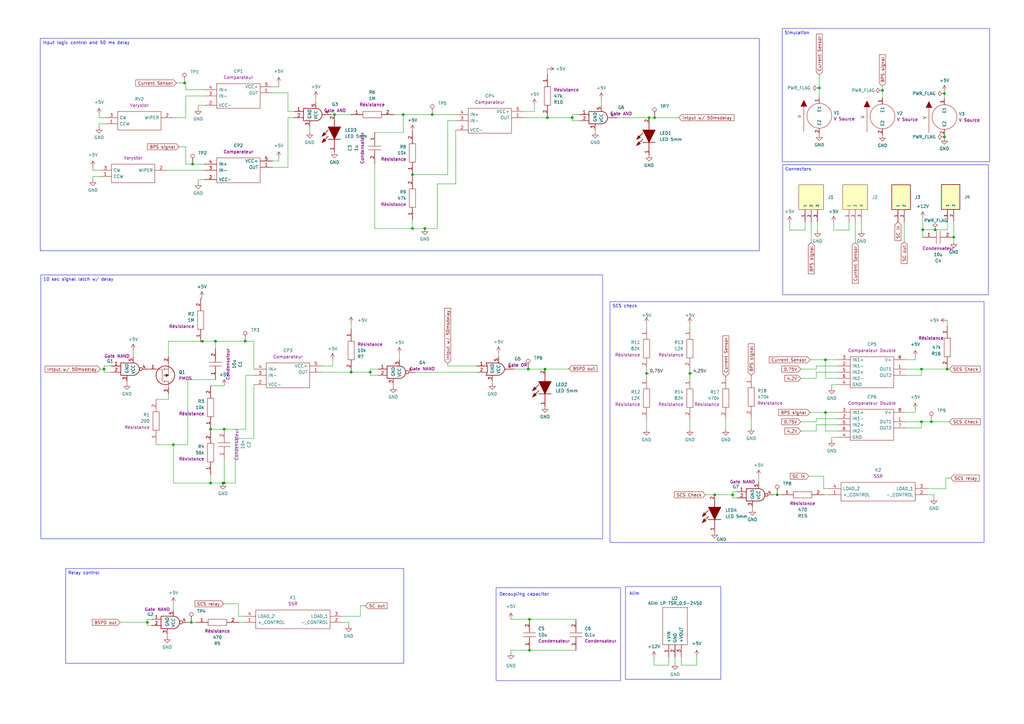
<source format=kicad_sch>
(kicad_sch (version 20231120) (generator "eeschema") (generator_version "8.0")
  (paper "A3")
  (title_block (title "BSPD") (date "2024-03-06") (company "EPSA"))
  (junction (at 300.482 202.946))
  (junction (at 71.12 182.372))
  (junction (at 100.584 139.954))
  (junction (at 382.016 172.974))
  (junction (at 83.058 139.954))
  (junction (at 217.17 266.7))
  (junction (at 282.956 153.162))
  (junction (at 177.292 46.99))
  (junction (at 169.164 93.726))
  (junction (at 88.392 139.954))
  (junction (at 378.46 94.234))
  (junction (at 266.192 48.26))
  (junction (at 268.478 48.26))
  (junction (at 387.35 56.134))
  (junction (at 86.36 198.12))
  (junction (at 383.54 94.234))
  (junction (at 338.582 147.574))
  (junction (at 377.952 172.974))
  (junction (at 91.948 198.12))
  (junction (at 42.672 151.384))
  (junction (at 91.44 198.12))
  (junction (at 151.892 152.654))
  (junction (at 137.16 46.99))
  (junction (at 391.16 97.282))
  (junction (at 293.116 202.946))
  (junction (at 144.018 152.654))
  (junction (at 387.35 38.354))
  (junction (at 169.164 71.628))
  (junction (at 361.95 37.084))
  (junction (at 223.52 151.384))
  (junction (at 216.662 151.384))
  (junction (at 234.696 48.26))
  (junction (at 336.042 36.068))
  (junction (at 60.452 255.27))
  (junction (at 224.536 48.26))
  (junction (at 377.952 151.384))
  (junction (at 174.244 93.726))
  (junction (at 265.176 153.162))
  (junction (at 338.582 169.164))
  (junction (at 165.354 46.99))
  (junction (at 388.493 151.384))
  (junction (at 86.36 176.022))
  (junction (at 78.994 67.31))
  (junction (at 91.948 176.022))
  (junction (at 75.692 34.036))
  (junction (at 217.17 254))
  (junction (at 78.486 255.27))
  (junction (at 318.77 202.946))
  (wire (pts (xy 83.058 139.954) (xy 88.392 139.954)))
  (wire (pts (xy 97.79 252.73) (xy 99.822 252.73)))
  (wire (pts (xy 40.64 46.99) (xy 40.64 48.26)))
  (wire (pts (xy 111.76 68.58) (xy 118.11 68.58)))
  (wire (pts (xy 186.944 53.34) (xy 186.944 75.438)))
  (wire (pts (xy 114.3 35.56) (xy 111.76 35.56)))
  (wire (pts (xy 378.46 94.234) (xy 378.46 89.408)))
  (wire (pts (xy 86.36 198.12) (xy 86.36 194.564)))
  (wire (pts (xy 186.944 75.438) (xy 179.324 75.438)))
  (wire (pts (xy 391.16 97.282) (xy 391.16 90.932)))
  (wire (pts (xy 234.696 46.99) (xy 234.696 48.26)))
  (wire (pts (xy 42.672 151.384) (xy 42.672 152.654)))
  (wire (pts (xy 216.662 151.384) (xy 210.82 151.384)))
  (wire (pts (xy 183.642 71.628) (xy 183.642 49.53)))
  (wire (pts (xy 91.694 247.65) (xy 97.79 247.65)))
  (wire (pts (xy 60.452 254) (xy 60.452 255.27)))
  (wire (pts (xy 38.1 68.58) (xy 38.1 69.85)))
  (wire (pts (xy 388.493 131.318) (xy 388.493 133.604)))
  (wire (pts (xy 300.482 204.216) (xy 302.26 204.216)))
  (wire (pts (xy 83.058 140.208) (xy 83.058 139.954)))
  (wire (pts (xy 82.804 122.428) (xy 82.804 122.174)))
  (wire (pts (xy 338.074 202.946) (xy 339.852 202.946)))
  (wire (pts (xy 136.398 150.114) (xy 132.08 150.114)))
  (wire (pts (xy 86.36 176.022) (xy 86.36 176.784)))
  (wire (pts (xy 78.994 67.31) (xy 83.82 67.31)))
  (wire (pts (xy 274.32 272.796) (xy 274.32 269.494)))
  (wire (pts (xy 169.164 93.726) (xy 169.164 90.17)))
  (wire (pts (xy 224.536 48.26) (xy 234.696 48.26)))
  (wire (pts (xy 111.76 38.1) (xy 118.11 38.1)))
  (wire (pts (xy 68.58 69.85) (xy 83.82 69.85)))
  (wire (pts (xy 279.4 272.796) (xy 279.4 269.494)))
  (wire (pts (xy 127 52.07) (xy 127 54.102)))
  (wire (pts (xy 265.176 151.892) (xy 265.176 153.162)))
  (wire (pts (xy 60.96 151.384) (xy 61.468 151.384)))
  (wire (pts (xy 82.296 122.428) (xy 82.804 122.428)))
  (wire (pts (xy 370.84 99.187) (xy 370.84 91.059)))
  (wire (pts (xy 91.948 176.022) (xy 100.838 176.022)))
  (wire (pts (xy 76.962 155.702) (xy 88.392 155.702)))
  (wire (pts (xy 88.392 143.002) (xy 88.392 139.954)))
  (wire (pts (xy 183.642 49.53) (xy 186.944 49.53)))
  (wire (pts (xy 268.478 48.26) (xy 278.384 48.26)))
  (wire (pts (xy 71.12 182.372) (xy 71.12 198.12)))
  (wire (pts (xy 140.462 255.27) (xy 143.002 255.27)))
  (wire (pts (xy 387.858 196.088) (xy 389.89 196.088)))
  (wire (pts (xy 169.164 93.726) (xy 153.67 93.726)))
  (wire (pts (xy 308.102 171.704) (xy 308.102 175.514)))
  (wire (pts (xy 118.11 38.1) (xy 118.11 45.72)))
  (wire (pts (xy 268.224 272.796) (xy 274.32 272.796)))
  (wire (pts (xy 377.952 172.974) (xy 382.016 172.974)))
  (wire (pts (xy 387.35 37.592) (xy 387.35 38.354)))
  (wire (pts (xy 378.46 94.234) (xy 383.54 94.234)))
  (wire (pts (xy 234.696 49.53) (xy 237.744 49.53)))
  (wire (pts (xy 219.202 43.18) (xy 219.202 45.72)))
  (wire (pts (xy 114.3 34.29) (xy 114.3 35.56)))
  (wire (pts (xy 383.54 94.234) (xy 388.62 94.234)))
  (wire (pts (xy 388.62 90.932) (xy 388.62 94.234)))
  (wire (pts (xy 98.044 255.27) (xy 99.822 255.27)))
  (wire (pts (xy 151.892 153.924) (xy 154.94 153.924)))
  (wire (pts (xy 170.18 152.654) (xy 195.58 152.654)))
  (wire (pts (xy 336.042 30.734) (xy 336.042 36.068)))
  (wire (pts (xy 86.36 198.12) (xy 71.12 198.12)))
  (wire (pts (xy 311.15 195.326) (xy 311.15 197.866)))
  (wire (pts (xy 76.962 182.372) (xy 71.12 182.372)))
  (wire (pts (xy 183.642 150.114) (xy 195.58 150.114)))
  (wire (pts (xy 82.296 140.208) (xy 83.058 140.208)))
  (wire (pts (xy 338.582 169.164) (xy 338.582 176.784)))
  (wire (pts (xy 337.82 200.406) (xy 339.852 200.406)))
  (wire (pts (xy 163.83 145.034) (xy 163.83 147.574)))
  (wire (pts (xy 336.042 36.068) (xy 336.042 39.878)))
  (wire (pts (xy 276.86 269.494) (xy 276.86 272.034)))
  (wire (pts (xy 132.08 152.654) (xy 144.018 152.654)))
  (wire (pts (xy 38.1 69.85) (xy 40.64 69.85)))
  (wire (pts (xy 177.292 46.99) (xy 186.944 46.99)))
  (wire (pts (xy 285.75 272.796) (xy 279.4 272.796)))
  (wire (pts (xy 137.16 46.99) (xy 143.764 46.99)))
  (wire (pts (xy 377.952 153.924) (xy 371.602 153.924)))
  (wire (pts (xy 204.47 144.78) (xy 204.47 146.304)))
  (wire (pts (xy 348.234 91.059) (xy 348.234 94.361)))
  (wire (pts (xy 265.176 153.162) (xy 265.176 154.432)))
  (wire (pts (xy 323.85 94.361) (xy 323.85 91.313)))
  (wire (pts (xy 209.55 254) (xy 217.17 254)))
  (wire (pts (xy 297.688 172.212) (xy 297.688 176.022)))
  (wire (pts (xy 161.29 157.734) (xy 161.29 158.496)))
  (wire (pts (xy 332.232 169.164) (xy 338.582 169.164)))
  (wire (pts (xy 282.956 132.842) (xy 282.956 134.112)))
  (wire (pts (xy 338.582 147.574) (xy 343.662 147.574)))
  (wire (pts (xy 217.17 266.7) (xy 236.22 266.7)))
  (wire (pts (xy 91.44 198.12) (xy 86.36 198.12)))
  (wire (pts (xy 348.234 94.361) (xy 341.884 94.361)))
  (wire (pts (xy 62.23 254) (xy 60.452 254)))
  (wire (pts (xy 165.354 54.356) (xy 153.67 54.356)))
  (wire (pts (xy 91.948 158.242) (xy 86.36 158.242)))
  (wire (pts (xy 383.032 202.946) (xy 383.032 204.216)))
  (wire (pts (xy 265.176 153.162) (xy 266.446 153.162)))
  (wire (pts (xy 153.67 93.726) (xy 153.67 67.056)))
  (wire (pts (xy 361.95 37.084) (xy 361.95 40.132)))
  (wire (pts (xy 387.35 56.134) (xy 387.35 55.626)))
  (wire (pts (xy 69.088 139.954) (xy 83.058 139.954)))
  (wire (pts (xy 375.412 167.894) (xy 375.412 169.164)))
  (wire (pts (xy 377.952 175.514) (xy 371.602 175.514)))
  (wire (pts (xy 382.016 172.974) (xy 389.382 172.974)))
  (wire (pts (xy 371.602 172.974) (xy 377.952 172.974)))
  (wire (pts (xy 144.018 132.588) (xy 144.018 134.874)))
  (wire (pts (xy 104.14 157.734) (xy 104.14 179.832)))
  (wire (pts (xy 334.772 171.704) (xy 334.772 172.974)))
  (wire (pts (xy 45.72 150.114) (xy 42.672 150.114)))
  (wire (pts (xy 387.35 38.354) (xy 387.35 40.386)))
  (wire (pts (xy 334.772 151.384) (xy 328.422 151.384)))
  (wire (pts (xy 341.884 94.361) (xy 341.884 91.313)))
  (wire (pts (xy 387.858 200.406) (xy 380.492 200.406)))
  (wire (pts (xy 76.962 155.702) (xy 76.962 182.372)))
  (wire (pts (xy 91.948 198.12) (xy 91.44 198.12)))
  (wire (pts (xy 293.116 202.946) (xy 300.482 202.946)))
  (wire (pts (xy 375.412 147.574) (xy 371.602 147.574)))
  (wire (pts (xy 147.828 248.412) (xy 149.86 248.412)))
  (wire (pts (xy 54.61 143.764) (xy 54.61 146.304)))
  (wire (pts (xy 233.172 151.384) (xy 223.52 151.384)))
  (wire (pts (xy 334.772 152.654) (xy 334.772 155.194)))
  (wire (pts (xy 371.602 151.384) (xy 377.952 151.384)))
  (wire (pts (xy 169.164 71.628) (xy 183.642 71.628)))
  (wire (pts (xy 52.07 156.464) (xy 52.07 157.226)))
  (wire (pts (xy 135.89 46.99) (xy 137.16 46.99)))
  (wire (pts (xy 179.324 75.438) (xy 179.324 93.726)))
  (wire (pts (xy 391.16 99.06) (xy 391.16 97.282)))
  (wire (pts (xy 43.18 50.8) (xy 40.64 50.8)))
  (wire (pts (xy 147.828 252.73) (xy 140.462 252.73)))
  (wire (pts (xy 40.64 72.39) (xy 38.1 72.39)))
  (wire (pts (xy 154.94 151.384) (xy 151.892 151.384)))
  (wire (pts (xy 114.3 66.04) (xy 111.76 66.04)))
  (wire (pts (xy 64.008 182.372) (xy 71.12 182.372)))
  (wire (pts (xy 143.002 255.27) (xy 143.002 256.54)))
  (wire (pts (xy 268.224 269.748) (xy 268.224 272.796)))
  (wire (pts (xy 81.28 73.66) (xy 81.28 74.93)))
  (wire (pts (xy 151.892 152.654) (xy 151.892 153.924)))
  (wire (pts (xy 42.672 152.654) (xy 45.72 152.654)))
  (wire (pts (xy 244.094 53.34) (xy 244.094 54.102)))
  (wire (pts (xy 334.772 174.244) (xy 334.772 176.784)))
  (wire (pts (xy 350.774 91.059) (xy 350.774 99.441)))
  (wire (pts (xy 343.662 157.734) (xy 341.122 157.734)))
  (wire (pts (xy 78.486 255.27) (xy 80.264 255.27)))
  (wire (pts (xy 217.17 254) (xy 236.22 254)))
  (wire (pts (xy 69.088 163.83) (xy 64.008 163.83)))
  (wire (pts (xy 97.79 247.65) (xy 97.79 252.73)))
  (wire (pts (xy 343.662 176.784) (xy 338.582 176.784)))
  (wire (pts (xy 83.82 73.66) (xy 81.28 73.66)))
  (wire (pts (xy 377.952 151.384) (xy 377.952 153.924)))
  (wire (pts (xy 76.2 39.37) (xy 83.82 39.37)))
  (wire (pts (xy 343.662 152.654) (xy 334.772 152.654)))
  (wire (pts (xy 100.838 176.022) (xy 100.838 153.924)))
  (wire (pts (xy 377.952 151.384) (xy 388.493 151.384)))
  (wire (pts (xy 76.2 67.31) (xy 78.994 67.31)))
  (wire (pts (xy 83.82 43.18) (xy 81.28 43.18)))
  (wire (pts (xy 300.482 202.946) (xy 300.482 204.216)))
  (wire (pts (xy 330.2 94.361) (xy 323.85 94.361)))
  (wire (pts (xy 68.58 260.35) (xy 68.58 261.112)))
  (wire (pts (xy 183.642 149.098) (xy 183.642 150.114)))
  (wire (pts (xy 100.838 153.924) (xy 104.14 153.924)))
  (wire (pts (xy 380.492 202.946) (xy 383.032 202.946)))
  (wire (pts (xy 169.164 71.628) (xy 169.164 72.39)))
  (wire (pts (xy 201.93 156.464) (xy 201.93 157.226)))
  (wire (pts (xy 377.952 172.974) (xy 377.952 175.514)))
  (wire (pts (xy 209.55 267.716) (xy 209.55 266.7)))
  (wire (pts (xy 104.14 179.832) (xy 96.52 179.832)))
  (wire (pts (xy 237.744 46.99) (xy 234.696 46.99)))
  (wire (pts (xy 96.52 198.12) (xy 91.948 198.12)))
  (wire (pts (xy 341.122 157.734) (xy 341.122 159.004)))
  (wire (pts (xy 335.28 91.059) (xy 335.28 94.615)))
  (wire (pts (xy 300.482 201.676) (xy 300.482 202.946)))
  (wire (pts (xy 233.426 151.13) (xy 233.172 151.13)))
  (wire (pts (xy 317.5 202.946) (xy 318.77 202.946)))
  (wire (pts (xy 76.2 48.26) (xy 71.12 48.26)))
  (wire (pts (xy 96.52 179.832) (xy 96.52 198.12)))
  (wire (pts (xy 378.46 97.282) (xy 378.46 94.234)))
  (wire (pts (xy 42.672 150.114) (xy 42.672 151.384)))
  (wire (pts (xy 343.662 155.194) (xy 338.582 155.194)))
  (wire (pts (xy 76.2 60.198) (xy 76.2 67.31)))
  (wire (pts (xy 72.39 34.036) (xy 75.692 34.036)))
  (wire (pts (xy 331.724 195.326) (xy 337.82 195.326)))
  (wire (pts (xy 88.392 139.954) (xy 100.584 139.954)))
  (wire (pts (xy 91.948 188.722) (xy 91.948 198.12)))
  (wire (pts (xy 223.52 151.384) (xy 216.662 151.384)))
  (wire (pts (xy 118.11 48.26) (xy 120.65 48.26)))
  (wire (pts (xy 334.772 176.784) (xy 328.422 176.784)))
  (wire (pts (xy 330.2 91.059) (xy 330.2 94.361)))
  (wire (pts (xy 361.95 35.306) (xy 361.95 37.084)))
  (wire (pts (xy 136.398 147.574) (xy 136.398 150.114)))
  (wire (pts (xy 76.2 36.83) (xy 83.82 36.83)))
  (wire (pts (xy 334.772 150.114) (xy 343.662 150.114)))
  (wire (pts (xy 104.14 139.954) (xy 104.14 151.384)))
  (wire (pts (xy 60.452 255.27) (xy 60.452 256.54)))
  (wire (pts (xy 387.858 196.088) (xy 387.858 200.406)))
  (wire (pts (xy 375.412 146.304) (xy 375.412 147.574)))
  (wire (pts (xy 343.662 174.244) (xy 334.772 174.244)))
  (wire (pts (xy 308.61 208.026) (xy 308.61 208.788)))
  (wire (pts (xy 165.354 46.99) (xy 177.292 46.99)))
  (wire (pts (xy 75.692 34.036) (xy 76.2 34.036)))
  (wire (pts (xy 337.82 195.326) (xy 337.82 200.406)))
  (wire (pts (xy 318.77 202.946) (xy 320.294 202.946)))
  (wire (pts (xy 353.314 91.059) (xy 353.314 94.615)))
  (wire (pts (xy 334.772 172.974) (xy 328.422 172.974)))
  (wire (pts (xy 38.1 72.39) (xy 38.1 73.66)))
  (wire (pts (xy 179.324 93.726) (xy 174.244 93.726)))
  (wire (pts (xy 387.35 56.642) (xy 387.35 56.134)))
  (wire (pts (xy 118.11 48.26) (xy 118.11 68.58)))
  (wire (pts (xy 302.26 201.676) (xy 300.482 201.676)))
  (wire (pts (xy 375.412 169.164) (xy 371.602 169.164)))
  (wire (pts (xy 282.956 153.162) (xy 284.226 153.162)))
  (wire (pts (xy 234.696 48.26) (xy 234.696 49.53)))
  (wire (pts (xy 338.582 147.574) (xy 338.582 155.194)))
  (wire (pts (xy 266.192 48.26) (xy 268.478 48.26)))
  (wire (pts (xy 338.582 169.164) (xy 343.662 169.164)))
  (wire (pts (xy 76.2 34.036) (xy 76.2 36.83)))
  (wire (pts (xy 73.406 60.198) (xy 76.2 60.198)))
  (wire (pts (xy 219.202 45.72) (xy 214.884 45.72)))
  (wire (pts (xy 282.956 151.892) (xy 282.956 153.162)))
  (wire (pts (xy 114.3 64.77) (xy 114.3 66.04)))
  (wire (pts (xy 265.176 132.842) (xy 265.176 134.112)))
  (wire (pts (xy 77.47 255.27) (xy 78.486 255.27)))
  (wire (pts (xy 334.772 171.704) (xy 343.662 171.704)))
  (wire (pts (xy 144.018 152.654) (xy 151.892 152.654)))
  (wire (pts (xy 41.148 151.384) (xy 42.672 151.384)))
  (wire (pts (xy 282.956 172.212) (xy 282.956 176.022)))
  (wire (pts (xy 332.232 147.574) (xy 338.582 147.574)))
  (wire (pts (xy 334.772 155.194) (xy 328.422 155.194)))
  (wire (pts (xy 165.354 54.356) (xy 165.354 46.99)))
  (wire (pts (xy 71.12 247.65) (xy 71.12 250.19)))
  (wire (pts (xy 40.64 50.8) (xy 40.64 52.07)))
  (wire (pts (xy 81.28 43.18) (xy 81.28 44.45)))
  (wire (pts (xy 343.662 179.324) (xy 341.122 179.324)))
  (wire (pts (xy 40.64 48.26) (xy 43.18 48.26)))
  (wire (pts (xy 151.892 151.384) (xy 151.892 152.654)))
  (wire (pts (xy 233.172 151.13) (xy 233.172 151.384)))
  (wire (pts (xy 76.2 39.37) (xy 76.2 48.26)))
  (wire (pts (xy 214.884 48.26) (xy 224.536 48.26)))
  (wire (pts (xy 147.828 248.412) (xy 147.828 252.73)))
  (wire (pts (xy 86.36 176.022) (xy 91.948 176.022)))
  (wire (pts (xy 341.122 179.324) (xy 341.122 180.594)))
  (wire (pts (xy 285.75 269.24) (xy 285.75 272.796)))
  (wire (pts (xy 388.493 151.384) (xy 389.382 151.384)))
  (wire (pts (xy 49.276 255.27) (xy 60.452 255.27)))
  (wire (pts (xy 282.956 153.162) (xy 282.956 154.432)))
  (wire (pts (xy 332.74 91.059) (xy 332.74 99.441)))
  (wire (pts (xy 246.634 40.64) (xy 246.634 43.18)))
  (wire (pts (xy 64.008 182.372) (xy 64.008 181.61)))
  (wire (pts (xy 118.11 45.72) (xy 120.65 45.72)))
  (wire (pts (xy 100.584 139.954) (xy 104.14 139.954)))
  (wire (pts (xy 252.984 48.26) (xy 266.192 48.26)))
  (wire (pts (xy 60.452 256.54) (xy 62.23 256.54)))
  (wire (pts (xy 174.244 93.726) (xy 169.164 93.726)))
  (wire (pts (xy 265.176 172.212) (xy 265.176 176.022)))
  (wire (pts (xy 69.088 139.954) (xy 69.088 146.304)))
  (wire (pts (xy 209.55 266.7) (xy 217.17 266.7)))
  (wire (pts (xy 129.54 40.132) (xy 129.54 41.91)))
  (wire (pts (xy 165.354 46.99) (xy 161.544 46.99)))
  (wire (pts (xy 224.536 28.194) (xy 224.536 30.48)))
  (wire (pts (xy 69.088 161.544) (xy 69.088 163.83)))
  (wire (pts (xy 334.772 150.114) (xy 334.772 151.384)))
  (wire (pts (xy 289.306 202.946) (xy 293.116 202.946)))
  (rectangle (start 256.54 240.538) (end 295.656 278.638))
  (rectangle (start 203.454 241.046) (end 254.508 279.146))
  (rectangle (start 263.906 245.364) (end 263.906 245.364))
  (text_box "Relay control\n" (at 26.924 233.172 0) (size 138.684 38.862) (effects (font (size 1.27 1.27)) (justify left top)))
  (text_box "10 sec signal latch w/ delay" (at 16.764 112.776 0) (size 230.378 108.204) (effects (font (size 1.27 1.27)) (justify left top)))
  (text_box "Connectors\n" (at 321.056 67.564 0) (size 84.328 53.34) (effects (font (size 1.27 1.27)) (justify left top)))
  (text_box "SCS check\n" (at 250.19 123.698 0) (size 153.416 98.806) (effects (font (size 1.27 1.27)) (justify left top)))
  (text_box "Simulation" (at 320.802 11.684 0) (size 85.09 54.61) (effects (font (size 1.27 1.27)) (justify left top)))
  (text_box "Input logic control and 50 ms delay " (at 16.51 15.748 0) (size 294.894 87.122) (effects (font (size 1.27 1.27)) (justify left top)))
  (text "Alim\n" (at 258.064 244.348 0) (effects (font (size 1.27 1.27)) (justify left bottom)))
  (text "Decoupling capacitor" (at 204.724 244.602 0) (effects (font (size 1.27 1.27)) (justify left bottom)))
  (label "4.25V" (at 284.226 153.162 0))
  (label "0.75V" (at 266.446 153.162 0))
  (global_label "SC out" (shape input) (at 149.86 248.412 0) (property "Intersheetrefs" "${INTERSHEET_REFS}" (effects (hide yes))))
  (global_label "SCS relay" (shape input) (at 91.694 247.65 180) (property "Intersheetrefs" "${INTERSHEET_REFS}" (effects (hide yes))))
  (global_label "SCS relay" (shape input) (at 389.89 196.088 0) (property "Intersheetrefs" "${INTERSHEET_REFS}" (effects (hide yes))))
  (global_label "BPS signal" (shape input) (at 332.74 99.441 270) (property "Intersheetrefs" "${INTERSHEET_REFS}" (effects (hide yes))))
  (global_label "Intput w{slash} 50msdelay" (shape input) (at 278.384 48.26 0) (property "Intersheetrefs" "${INTERSHEET_REFS}" (effects (hide yes))))
  (global_label "Current Sensor" (shape input) (at 72.39 34.036 180) (property "Intersheetrefs" "${INTERSHEET_REFS}" (effects (hide yes))))
  (global_label "BPS signal" (shape input) (at 361.95 35.306 90) (property "Intersheetrefs" "${INTERSHEET_REFS}" (effects (hide yes))))
  (global_label "SCS Check" (shape input) (at 389.382 151.384 0) (property "Intersheetrefs" "${INTERSHEET_REFS}" (effects (hide yes))))
  (global_label "0.75V" (shape input) (at 328.422 151.384 180) (property "Intersheetrefs" "${INTERSHEET_REFS}" (effects (hide yes))))
  (global_label "SC out" (shape input) (at 370.84 99.187 270) (property "Intersheetrefs" "${INTERSHEET_REFS}" (effects (hide yes))))
  (global_label "BPS signal" (shape input) (at 332.232 169.164 180) (property "Intersheetrefs" "${INTERSHEET_REFS}" (effects (hide yes))))
  (global_label "Current Sensor" (shape input) (at 297.688 154.432 90) (property "Intersheetrefs" "${INTERSHEET_REFS}" (effects (hide yes))))
  (global_label "BPS signal" (shape input) (at 73.406 60.198 180) (property "Intersheetrefs" "${INTERSHEET_REFS}" (effects (hide yes))))
  (global_label "0.75V" (shape input) (at 328.422 172.974 180) (property "Intersheetrefs" "${INTERSHEET_REFS}" (effects (hide yes))))
  (global_label "SC in" (shape input) (at 368.3 91.059 270) (property "Intersheetrefs" "${INTERSHEET_REFS}" (effects (hide yes))))
  (global_label "4.2V" (shape input) (at 328.422 176.784 180) (property "Intersheetrefs" "${INTERSHEET_REFS}" (effects (hide yes))))
  (global_label "Current Sensor" (shape input) (at 336.042 30.734 90) (property "Intersheetrefs" "${INTERSHEET_REFS}" (effects (hide yes))))
  (global_label "SCS Check" (shape input) (at 389.382 172.974 0) (property "Intersheetrefs" "${INTERSHEET_REFS}" (effects (hide yes))))
  (global_label "Current Sensor" (shape input) (at 332.232 147.574 180) (property "Intersheetrefs" "${INTERSHEET_REFS}" (effects (hide yes))))
  (global_label "BSPD out" (shape input) (at 233.426 151.13 0) (property "Intersheetrefs" "${INTERSHEET_REFS}" (effects (hide yes))))
  (global_label "4.2V" (shape input) (at 328.422 155.194 180) (property "Intersheetrefs" "${INTERSHEET_REFS}" (effects (hide yes))))
  (global_label "SCS Check" (shape input) (at 289.306 202.946 180) (property "Intersheetrefs" "${INTERSHEET_REFS}" (effects (hide yes))))
  (global_label "Intput w{slash} 50msdelay" (shape input) (at 183.642 149.098 90) (property "Intersheetrefs" "${INTERSHEET_REFS}" (effects (hide yes))))
  (global_label "SC in" (shape input) (at 331.724 195.326 180) (property "Intersheetrefs" "${INTERSHEET_REFS}" (effects (hide yes))))
  (global_label "BPS signal" (shape input) (at 308.102 153.924 90) (property "Intersheetrefs" "${INTERSHEET_REFS}" (effects (hide yes))))
  (global_label "Intput w{slash} 50msdelay" (shape input) (at 41.148 151.384 180) (property "Intersheetrefs" "${INTERSHEET_REFS}" (effects (hide yes))))
  (global_label "Current Sensor" (shape input) (at 350.774 99.441 270) (property "Intersheetrefs" "${INTERSHEET_REFS}" (effects (hide yes))))
  (global_label "BSPD out" (shape input) (at 49.276 255.27 180) (property "Intersheetrefs" "${INTERSHEET_REFS}" (effects (hide yes))))
  (symbol (lib_id "EPSA_lib:TestPoint") (at 216.662 151.384 0) (unit 1) (exclude_from_sim yes)
    (property "Reference" "TP6" (at 218.948 146.812 0) (effects (justify left)))
    (property "Value" "${SIM.PARAMS}" (effects (hide yes)))
    (property "Footprint" "TestPoint:TestPoint_Pad_D2.0mm" (effects (hide yes)))
    (property "Sim.Pins" "1=1" (effects (hide yes)))
    (property "Sim.Device" "SPICE" (effects (hide yes)))
    (property "Sim.Params" "type=\"R\" model=\"TestPoint\" lib=\"\"" (effects (hide yes)))
  )
  (symbol (lib_id "EPSA_lib:Résistance RK73H2BLTDD2152F") (at 143.764 46.99 0) (unit 1)
    (property "Reference" "R6" (at 152.654 37.846 0))
    (property "Value" "1M" (at 152.654 40.386 0))
    (property "Footprint" "EPSA_lib:RESC3216X70N" (effects (hide yes)))
    (property "Datasheet" "http://www.koaspeer.com/catimages/Products/RK73H/RK73H.pdf" (effects (hide yes)))
    (property "Description" "Thick Film Resistors - SMD" (effects (hide yes)))
    (property "Sim.Pins" "1=+ 2=-" (effects (hide yes)))
    (property "Sim.Device" "R" (effects (hide yes)))
    (property "Height" "0.7" (effects (hide yes)))
    (property "Manufacturer_Name" "KOA Speer" (effects (hide yes)))
    (property "Manufacturer_Part_Number" "RK73H2BLTDD2152F" (effects (hide yes)))
    (property "Mouser Part Number" "N/A" (effects (hide yes)))
    (property "Mouser Price/Stock" "https://www.mouser.co.uk/ProductDetail/KOA-Speer/RK73H2BLTDD2152F?qs=WeIALVmW3zmyxMFsjVzMRw%3D%3D" (effects (hide yes)))
    (property "Render Name" "Résistance" (at 152.654 42.926 0))
  )
  (symbol (lib_id "power:PWR_FLAG") (at 387.35 38.354 90) (unit 1)
    (property "Reference" "#FLG04" (effects (hide yes)))
    (property "Value" "PWR_FLAG" (at 383.794 38.354 90) (effects (justify left)))
  )
  (symbol (lib_id "power:GND") (at 91.44 198.12 0) (unit 1)
    (property "Reference" "#PWR013" (effects (hide yes)))
    (property "Value" "GND" (at 91.44 202.438 0))
  )
  (symbol (lib_id "power:+5V") (at 38.1 68.58 0) (unit 1)
    (property "Reference" "#PWR01" (effects (hide yes)))
    (property "Value" "+5V" (at 38.1 63.5 0))
  )
  (symbol (lib_id "EPSA_lib:Résistance RK73H2BLTDD2152F") (at 169.164 90.17 270) (mirror x) (unit 1)
    (property "Reference" "R9" (at 166.624 78.74 90) (effects (justify right)))
    (property "Value" "47k" (at 166.624 81.28 90) (effects (justify right)))
    (property "Footprint" "EPSA_lib:RESC3216X70N" (effects (hide yes)))
    (property "Datasheet" "http://www.koaspeer.com/catimages/Products/RK73H/RK73H.pdf" (effects (hide yes)))
    (property "Description" "Thick Film Resistors - SMD" (effects (hide yes)))
    (property "Sim.Pins" "1=+ 2=-" (effects (hide yes)))
    (property "Sim.Device" "R" (effects (hide yes)))
    (property "Height" "0.7" (effects (hide yes)))
    (property "Manufacturer_Name" "KOA Speer" (effects (hide yes)))
    (property "Manufacturer_Part_Number" "RK73H2BLTDD2152F" (effects (hide yes)))
    (property "Mouser Part Number" "N/A" (effects (hide yes)))
    (property "Mouser Price/Stock" "https://www.mouser.co.uk/ProductDetail/KOA-Speer/RK73H2BLTDD2152F?qs=WeIALVmW3zmyxMFsjVzMRw%3D%3D" (effects (hide yes)))
    (property "Render Name" "Résistance" (at 166.624 83.82 90) (effects (justify right)))
  )
  (symbol (lib_id "power:PWR_FLAG") (at 387.35 56.134 90) (unit 1)
    (property "Reference" "#FLG05" (effects (hide yes)))
    (property "Value" "PWR_FLAG" (at 383.794 56.134 90) (effects (justify left)))
  )
  (symbol (lib_id "power:+5V") (at 144.018 132.588 0) (unit 1)
    (property "Reference" "#PWR019" (effects (hide yes)))
    (property "Value" "+5V" (at 146.558 131.3179 0) (effects (justify left)))
  )
  (symbol (lib_id "power:+5V") (at 163.83 145.034 0) (unit 1)
    (property "Reference" "#PWR023" (effects (hide yes)))
    (property "Value" "+5V" (at 163.83 140.462 0))
  )
  (symbol (lib_id "EPSA_lib:Résistance RK73H2BLTDD2152F") (at 86.36 176.022 270) (mirror x) (unit 1)
    (property "Reference" "R3" (at 83.82 164.592 90) (effects (justify right)))
    (property "Value" "10k" (at 83.82 167.132 90) (effects (justify right)))
    (property "Footprint" "EPSA_lib:RESC3216X70N" (effects (hide yes)))
    (property "Datasheet" "http://www.koaspeer.com/catimages/Products/RK73H/RK73H.pdf" (effects (hide yes)))
    (property "Description" "Thick Film Resistors - SMD" (effects (hide yes)))
    (property "Sim.Pins" "1=+ 2=-" (effects (hide yes)))
    (property "Sim.Device" "R" (effects (hide yes)))
    (property "Height" "0.7" (effects (hide yes)))
    (property "Manufacturer_Name" "KOA Speer" (effects (hide yes)))
    (property "Manufacturer_Part_Number" "RK73H2BLTDD2152F" (effects (hide yes)))
    (property "Mouser Part Number" "N/A" (effects (hide yes)))
    (property "Mouser Price/Stock" "https://www.mouser.co.uk/ProductDetail/KOA-Speer/RK73H2BLTDD2152F?qs=WeIALVmW3zmyxMFsjVzMRw%3D%3D" (effects (hide yes)))
    (property "Render Name" "Résistance" (at 83.82 169.672 90) (effects (justify right)))
  )
  (symbol (lib_name "Résistance RK73H2BLTDD2152F_1") (lib_id "EPSA_lib:Résistance RK73H2BLTDD2152F") (at 320.294 202.946 0) (mirror x) (unit 1)
    (property "Reference" "R15" (at 329.184 211.582 0))
    (property "Value" "470" (at 329.184 209.042 0))
    (property "Footprint" "EPSA_lib:RESC3216X70N" (effects (hide yes)))
    (property "Datasheet" "http://www.koaspeer.com/catimages/Products/RK73H/RK73H.pdf" (effects (hide yes)))
    (property "Description" "Thick Film Resistors - SMD" (effects (hide yes)))
    (property "Sim.Pins" "1=+ 2=-" (effects (hide yes)))
    (property "Sim.Device" "R" (effects (hide yes)))
    (property "Height" "0.7" (effects (hide yes)))
    (property "Manufacturer_Name" "KOA Speer" (effects (hide yes)))
    (property "Manufacturer_Part_Number" "RK73H2BLTDD2152F" (effects (hide yes)))
    (property "Mouser Part Number" "N/A" (effects (hide yes)))
    (property "Mouser Price/Stock" "https://www.mouser.co.uk/ProductDetail/KOA-Speer/RK73H2BLTDD2152F?qs=WeIALVmW3zmyxMFsjVzMRw%3D%3D" (effects (hide yes)))
    (property "Render Name" "Résistance" (at 329.184 206.502 0))
  )
  (symbol (lib_id "power:+5V") (at 91.948 158.242 0) (unit 1)
    (property "Reference" "#PWR014" (effects (hide yes)))
    (property "Value" "+5V" (at 91.948 153.67 0))
  )
  (symbol (lib_id "power:GND") (at 391.16 99.06 0) (unit 1)
    (property "Reference" "#PWR055" (effects (hide yes)))
    (property "Value" "GND" (at 391.16 103.378 0))
  )
  (symbol (lib_id "power:GND") (at 81.28 44.45 0) (unit 1)
    (property "Reference" "#PWR07" (effects (hide yes)))
    (property "Value" "GND" (at 81.28 48.768 0))
  )
  (symbol (lib_id "power:+5V") (at 388.493 131.318 90) (mirror x) (unit 1)
    (property "Reference" "#PWR054" (effects (hide yes)))
    (property "Value" "+5V" (at 385.191 131.318 90) (effects (justify left)))
  )
  (symbol (lib_id "EPSA_lib:TestPoint") (at 382.016 172.974 0) (unit 1) (exclude_from_sim yes)
    (property "Reference" "TP9" (at 384.302 168.402 0) (effects (justify left)))
    (property "Value" "${SIM.PARAMS}" (effects (hide yes)))
    (property "Footprint" "TestPoint:TestPoint_Pad_D2.0mm" (effects (hide yes)))
    (property "Sim.Pins" "1=1" (effects (hide yes)))
    (property "Sim.Device" "SPICE" (effects (hide yes)))
    (property "Sim.Params" "type=\"R\" model=\"TestPoint\" lib=\"\"" (effects (hide yes)))
  )
  (symbol (lib_id "EPSA_lib:3P Droit 22-11-2032") (at 332.74 80.899 90) (unit 1) (exclude_from_sim yes)
    (property "Reference" "J1" (at 339.598 80.899 90) (effects (justify right)))
    (property "Value" "3P Droit 22-11-2032" (effects (hide yes)))
    (property "Footprint" "EPSA_lib:MOLEX_22-11-2032" (effects (hide yes)))
    (property "Datasheet" "https://www.molex.com/en-us/products/part-detail/22112032?display=pdf" (effects (hide yes)))
    (property "Height" "10.66mm" (effects (hide yes)))
    (property "Render Name" "3P Droit" (effects (hide yes)))
    (property "Manufacturer_Name" "Molex" (effects (hide yes)))
    (property "Manufacturer_Part_Number" "22-11-2032" (effects (hide yes)))
    (property "Mouser Part Number" "538-22-11-2032" (effects (hide yes)))
    (property "Mouser Price/Stock" "https://www.mouser.fr/ProductDetail/Molex/22-11-2032?qs=KHty%2FoMxDPke3knj%252BlB5Gw%3D%3D" (effects (hide yes)))
  )
  (symbol (lib_id "EPSA_lib:Condensateur 0805Y1000104JXT") (at 88.392 155.702 270) (mirror x) (unit 1)
    (property "Reference" "C1" (at 98.552 149.352 0))
    (property "Value" "10u" (at 96.012 149.352 0))
    (property "Footprint" "Capacitor_THT:CP_Radial_D5.0mm_P2.00mm" (effects (hide yes)))
    (property "Datasheet" "http://docs-europe.electrocomponents.com/webdocs/119d/0900766b8119d7bc.pdf" (effects (hide yes)))
    (property "Description" "Syfer 0805 Ceramic Chip Capacitors" (effects (hide yes)))
    (property "Sim.Pins" "1=+ 2=-" (effects (hide yes)))
    (property "Sim.Device" "C" (effects (hide yes)))
    (property "Height" "1.3" (effects (hide yes)))
    (property "Manufacturer_Name" "Syfer" (effects (hide yes)))
    (property "Manufacturer_Part_Number" "0805Y1000104JXT" (effects (hide yes)))
    (property "Render Name" "Condensateur" (at 93.472 149.352 0))
  )
  (symbol (lib_id "power:GND") (at 127 54.102 0) (unit 1)
    (property "Reference" "#PWR016" (effects (hide yes)))
    (property "Value" "GND" (at 127 58.42 0))
  )
  (symbol (lib_id "power:+5V") (at 129.54 40.132 0) (unit 1)
    (property "Reference" "#PWR017" (effects (hide yes)))
    (property "Value" "+5V" (at 129.54 35.56 0))
  )
  (symbol (lib_id "power:+12V") (at 378.46 89.408 0) (unit 1)
    (property "Reference" "#PWR056" (effects (hide yes)))
    (property "Value" "+12V" (at 378.46 84.582 0))
  )
  (symbol (lib_id "power:PWR_FLAG") (at 383.54 94.234 0) (unit 1)
    (property "Reference" "#FLG01" (effects (hide yes)))
    (property "Value" "PWR_FLAG" (at 383.794 90.424 0))
  )
  (symbol (lib_id "power:GND") (at 38.1 73.66 0) (unit 1)
    (property "Reference" "#PWR02" (effects (hide yes)))
    (property "Value" "GND" (at 38.1 77.978 0))
  )
  (symbol (lib_id "EPSA_lib:LED 5mm") (at 293.116 218.186 90) (unit 1)
    (property "Reference" "LED4" (at 297.434 209.296 90) (effects (justify right)))
    (property "Value" "LED 5mm" (at 297.434 211.836 90) (effects (justify right)))
    (property "Footprint" "EPSA_lib:4302H55V" (effects (hide yes)))
    (property "Datasheet" "https://datasheet.datasheetarchive.com/originals/distributors/Datasheets_SAMA/a41ef812660e98d4a989505f94662604.pdf" (effects (hide yes)))
    (property "Height" "9.06" (effects (hide yes)))
    (property "Mouser Part Number" "606-4302H5-5V" (effects (hide yes)))
    (property "Mouser Price/Stock" "https://www.mouser.co.uk/ProductDetail/VCC/4302H5-5V?qs=qp111mKzDjjxM5ex4WzyIw%3D%3D" (effects (hide yes)))
    (property "Manufacturer_Name" "Visual Communications Company" (effects (hide yes)))
    (property "Manufacturer_Part_Number" "4302H5-5V" (effects (hide yes)))
  )
  (symbol (lib_id "EPSA_lib:Résistance RK73H2BLTDD2152F") (at 82.296 140.208 270) (mirror x) (unit 1)
    (property "Reference" "R2" (at 79.756 128.778 90) (effects (justify right)))
    (property "Value" "1M" (at 79.756 131.318 90) (effects (justify right)))
    (property "Footprint" "EPSA_lib:RESC3216X70N" (effects (hide yes)))
    (property "Datasheet" "http://www.koaspeer.com/catimages/Products/RK73H/RK73H.pdf" (effects (hide yes)))
    (property "Description" "Thick Film Resistors - SMD" (effects (hide yes)))
    (property "Sim.Pins" "1=+ 2=-" (effects (hide yes)))
    (property "Sim.Device" "R" (effects (hide yes)))
    (property "Height" "0.7" (effects (hide yes)))
    (property "Manufacturer_Name" "KOA Speer" (effects (hide yes)))
    (property "Manufacturer_Part_Number" "RK73H2BLTDD2152F" (effects (hide yes)))
    (property "Mouser Part Number" "N/A" (effects (hide yes)))
    (property "Mouser Price/Stock" "https://www.mouser.co.uk/ProductDetail/KOA-Speer/RK73H2BLTDD2152F?qs=WeIALVmW3zmyxMFsjVzMRw%3D%3D" (effects (hide yes)))
    (property "Render Name" "Résistance" (at 79.756 133.858 90) (effects (justify right)))
  )
  (symbol (lib_id "power:GND") (at 201.93 157.226 0) (unit 1)
    (property "Reference" "#PWR027" (effects (hide yes)))
    (property "Value" "GND" (at 201.93 161.544 0))
  )
  (symbol (lib_id "EPSA_lib:Gate NAND SN74AHCT1G00DBVR") (at 49.53 151.384 0) (unit 1)
    (property "Reference" "G1" (at 45.212 148.082 0))
    (property "Value" "Gate NAND SN74AHCT1G00DBVR" (effects (hide yes)))
    (property "Footprint" "EPSA_lib:SOT95P280X145-5N" (effects (hide yes)))
    (property "Datasheet" "http://www.ti.com/lit/gpn/sn74ahct1g00" (effects (hide yes)))
    (property "Description" "Single 2-Input Positive-NAND Gate" (effects (hide yes)))
    (property "Sim.Pins" "4=1 1=2 2=3 5=4 3=5" (effects (hide yes)))
    (property "Sim.Device" "SPICE" (effects (hide yes)))
    (property "Sim.Params" "type=\"X\" model=\"SN74AHCT1G00\" lib=\"${EPSA}\\SpiceModel\\NAND_SN74AHCT1G00.lib\"" (effects (hide yes)))
    (property "Height" "1.45" (effects (hide yes)))
    (property "Manufacturer_Name" "Texas Instruments" (effects (hide yes)))
    (property "Manufacturer_Part_Number" "SN74AHCT1G00DBVR" (effects (hide yes)))
    (property "Mouser Part Number" "595-SN74AHCT1G00DBVR" (effects (hide yes)))
    (property "Mouser Price/Stock" "https://www.mouser.co.uk/ProductDetail/Texas-Instruments/SN74AHCT1G00DBVR?qs=w32V8uFkMxnwwXcMH%2F61Dg%3D%3D" (effects (hide yes)))
    (property "Arrow Part Number" "SN74AHCT1G00DBVR" (effects (hide yes)))
    (property "Arrow Price/Stock" "https://www.arrow.com/en/products/sn74ahct1g00dbvr/texas-instruments" (effects (hide yes)))
    (property "Render Name" "Gate NAND" (at 48.006 146.05 0))
  )
  (symbol (lib_id "EPSA_lib:Gate AND SN74AHCT1G08DBVR") (at 241.554 48.26 0) (unit 1)
    (property "Reference" "G6" (at 254.762 44.0691 0))
    (property "Value" "Gate AND SN74AHCT1G08DBVR" (effects (hide yes)))
    (property "Footprint" "EPSA_lib:SOT95P280X145-5N" (effects (hide yes)))
    (property "Datasheet" "https://datasheet.datasheetarchive.com/originals/distributors/SFDatasheet-6/sf-000128638.pdf" (effects (hide yes)))
    (property "Description" "SN74AHCT1G08DBVR, Logic Gate 2 Input AND, AHCT, 8mA 5V 5-Pin SOT-23" (effects (hide yes)))
    (property "Sim.Pins" "4=1 1=2 2=3 5=4 3=5" (effects (hide yes)))
    (property "Sim.Device" "SPICE" (effects (hide yes)))
    (property "Sim.Params" "type=\"X\" model=\"SN74AHC1G08\" lib=\"${EPSA}\\SpiceModel\\AND_SN74AHC1G08.lib\"" (effects (hide yes)))
    (property "Height" "1.45" (effects (hide yes)))
    (property "Manufacturer_Name" "Texas Instruments" (effects (hide yes)))
    (property "Manufacturer_Part_Number" "SN74AHCT1G08DBVR" (effects (hide yes)))
    (property "Mouser Part Number" "595-SN74AHCT1G08DBVR" (effects (hide yes)))
    (property "Mouser Price/Stock" "https://www.mouser.co.uk/ProductDetail/Texas-Instruments/SN74AHCT1G08DBVR?qs=8Pd2FuFSoMGY9AK%2Ftqwbcw%3D%3D" (effects (hide yes)))
    (property "Arrow Part Number" "SN74AHCT1G08DBVR" (effects (hide yes)))
    (property "Arrow Price/Stock" "https://www.arrow.com/en/products/sn74ahct1g08dbvr/texas-instruments?region=nac" (effects (hide yes)))
    (property "Render Name" "Gate AND" (at 254.762 46.6091 0))
  )
  (symbol (lib_id "power:GND") (at 209.55 267.716 0) (unit 1)
    (property "Reference" "#PWR061" (effects (hide yes)))
    (property "Value" "GND" (at 209.55 273.05 0))
  )
  (symbol (lib_name "Dep_ Comparateur Double LM393LVDR_1") (lib_id "EPSA_lib:Dep_ Comparateur Double LM393LVDR") (at 343.662 170.434 0) (unit 1)
    (property "Reference" "CP6" (at 357.632 162.814 0))
    (property "Value" "Comparateur Double LM393LVDR" (effects (hide yes)))
    (property "Footprint" "EPSA_lib:SOIC127P600X175-8N" (effects (hide yes)))
    (property "Datasheet" "https://www.ti.com/lit/ds/symlink/lm393lv.pdf?ts=1609509320428&ref_url=https%253A%252F%252Feu.mouser.com%252F" (effects (hide yes)))
    (property "Description" "Analog Comparators 1.65-V to 5.5-V, low voltage dual commodity comparator" (effects (hide yes)))
    (property "Sim.Pins" "1=1 2=2 3=3 4=4 5=5 6=6 7=7 8=8" (effects (hide yes)))
    (property "Sim.Device" "SPICE" (effects (hide yes)))
    (property "Sim.Params" "type=\"X\" model=\"LM2903B_Dual\" lib=\"${EPSA}\\SpiceModel\\CD_lm393.lib\"" (effects (hide yes)))
    (property "Height" "1.75" (effects (hide yes)))
    (property "Manufacturer_Name" "Texas Instruments" (effects (hide yes)))
    (property "Manufacturer_Part_Number" "LM393LVDR" (effects (hide yes)))
    (property "Mouser Part Number" "595-LM393LVDR" (effects (hide yes)))
    (property "Mouser Price/Stock" "https://www.mouser.co.uk/ProductDetail/Texas-Instruments/LM393LVDR?qs=zW32dvEIR3vk5%2FzEI25KTQ%3D%3D" (effects (hide yes)))
    (property "Arrow Part Number" "LM393LVDR" (effects (hide yes)))
    (property "Arrow Price/Stock" "https://www.arrow.com/en/products/lm393lvdr/texas-instruments" (effects (hide yes)))
    (property "Render Name" "Comparateur Double" (at 357.632 165.354 0))
  )
  (symbol (lib_id "power:GND") (at 387.35 56.642 0) (unit 1)
    (property "Reference" "#PWR049" (effects (hide yes)))
    (property "Value" "GND" (at 387.35 60.96 0))
  )
  (symbol (lib_id "power:GND") (at 293.116 218.186 0) (unit 1)
    (property "Reference" "#PWR053" (effects (hide yes)))
    (property "Value" "GND" (at 295.91 221.234 0))
  )
  (symbol (lib_id "EPSA_lib:Résistance RK73H2BLTDD2152F") (at 282.956 154.432 270) (unit 1)
    (property "Reference" "R14" (at 280.416 160.782 90) (effects (justify right)))
    (property "Value" "82K" (at 280.416 163.322 90) (effects (justify right)))
    (property "Footprint" "EPSA_lib:RESC3216X70N" (effects (hide yes)))
    (property "Datasheet" "http://www.koaspeer.com/catimages/Products/RK73H/RK73H.pdf" (effects (hide yes)))
    (property "Description" "Thick Film Resistors - SMD" (effects (hide yes)))
    (property "Sim.Pins" "1=+ 2=-" (effects (hide yes)))
    (property "Sim.Device" "R" (effects (hide yes)))
    (property "Height" "0.7" (effects (hide yes)))
    (property "Manufacturer_Name" "KOA Speer" (effects (hide yes)))
    (property "Manufacturer_Part_Number" "RK73H2BLTDD2152F" (effects (hide yes)))
    (property "Mouser Part Number" "N/A" (effects (hide yes)))
    (property "Mouser Price/Stock" "https://www.mouser.co.uk/ProductDetail/KOA-Speer/RK73H2BLTDD2152F?qs=WeIALVmW3zmyxMFsjVzMRw%3D%3D" (effects (hide yes)))
    (property "Render Name" "Résistance" (at 280.416 165.862 90) (effects (justify right)))
  )
  (symbol (lib_id "EPSA_lib:LED 5mm") (at 223.52 166.624 90) (unit 1)
    (property "Reference" "LED2" (at 227.838 157.734 90) (effects (justify right)))
    (property "Value" "LED 5mm" (at 227.838 160.274 90) (effects (justify right)))
    (property "Footprint" "EPSA_lib:4302H55V" (effects (hide yes)))
    (property "Datasheet" "https://datasheet.datasheetarchive.com/originals/distributors/Datasheets_SAMA/a41ef812660e98d4a989505f94662604.pdf" (effects (hide yes)))
    (property "Height" "9.06" (effects (hide yes)))
    (property "Mouser Part Number" "606-4302H5-5V" (effects (hide yes)))
    (property "Mouser Price/Stock" "https://www.mouser.co.uk/ProductDetail/VCC/4302H5-5V?qs=qp111mKzDjjxM5ex4WzyIw%3D%3D" (effects (hide yes)))
    (property "Manufacturer_Name" "Visual Communications Company" (effects (hide yes)))
    (property "Manufacturer_Part_Number" "4302H5-5V" (effects (hide yes)))
  )
  (symbol (lib_id "power:+5V") (at 375.412 167.894 0) (unit 1)
    (property "Reference" "#PWR046" (effects (hide yes)))
    (property "Value" "+5V" (at 375.412 162.814 0))
  )
  (symbol (lib_id "EPSA_lib:3P Droit 22-11-2032") (at 350.774 80.899 90) (unit 1) (exclude_from_sim yes)
    (property "Reference" "J2" (at 357.632 80.899 90) (effects (justify right)))
    (property "Value" "3P Droit 22-11-2032" (effects (hide yes)))
    (property "Footprint" "EPSA_lib:MOLEX_22-11-2032" (effects (hide yes)))
    (property "Datasheet" "https://www.molex.com/en-us/products/part-detail/22112032?display=pdf" (effects (hide yes)))
    (property "Height" "10.66mm" (effects (hide yes)))
    (property "Render Name" "3P Droit" (effects (hide yes)))
    (property "Manufacturer_Name" "Molex" (effects (hide yes)))
    (property "Manufacturer_Part_Number" "22-11-2032" (effects (hide yes)))
    (property "Mouser Part Number" "538-22-11-2032" (effects (hide yes)))
    (property "Mouser Price/Stock" "https://www.mouser.fr/ProductDetail/Molex/22-11-2032?qs=KHty%2FoMxDPke3knj%252BlB5Gw%3D%3D" (effects (hide yes)))
  )
  (symbol (lib_id "power:+5V") (at 54.61 143.764 0) (unit 1)
    (property "Reference" "#PWR06" (effects (hide yes)))
    (property "Value" "+5V" (at 54.61 139.192 0))
  )
  (symbol (lib_id "EPSA_lib:Gate NAND SN74AHCT1G00DBVR") (at 66.04 255.27 0) (unit 1)
    (property "Reference" "G2" (at 61.722 251.968 0))
    (property "Value" "Gate NAND SN74AHCT1G00DBVR" (effects (hide yes)))
    (property "Footprint" "EPSA_lib:SOT95P280X145-5N" (effects (hide yes)))
    (property "Datasheet" "http://www.ti.com/lit/gpn/sn74ahct1g00" (effects (hide yes)))
    (property "Description" "Single 2-Input Positive-NAND Gate" (effects (hide yes)))
    (property "Sim.Pins" "4=1 1=2 2=3 5=4 3=5" (effects (hide yes)))
    (property "Sim.Device" "SPICE" (effects (hide yes)))
    (property "Sim.Params" "type=\"X\" model=\"SN74AHCT1G00\" lib=\"${EPSA}\\SpiceModel\\NAND_SN74AHCT1G00.lib\"" (effects (hide yes)))
    (property "Height" "1.45" (effects (hide yes)))
    (property "Manufacturer_Name" "Texas Instruments" (effects (hide yes)))
    (property "Manufacturer_Part_Number" "SN74AHCT1G00DBVR" (effects (hide yes)))
    (property "Mouser Part Number" "595-SN74AHCT1G00DBVR" (effects (hide yes)))
    (property "Mouser Price/Stock" "https://www.mouser.co.uk/ProductDetail/Texas-Instruments/SN74AHCT1G00DBVR?qs=w32V8uFkMxnwwXcMH%2F61Dg%3D%3D" (effects (hide yes)))
    (property "Arrow Part Number" "SN74AHCT1G00DBVR" (effects (hide yes)))
    (property "Arrow Price/Stock" "https://www.arrow.com/en/products/sn74ahct1g00dbvr/texas-instruments" (effects (hide yes)))
    (property "Render Name" "Gate NAND" (at 64.516 249.936 0))
  )
  (symbol (lib_id "EPSA_lib:VSOURCE") (at 361.95 46.482 90) (unit 1) (in_bom no) (on_board no)
    (property "Reference" "V2" (at 367.792 46.482 90) (effects (justify right)))
    (property "Value" "5" (effects (hide yes)))
    (property "Sim.Pins" "1=+ 2=-" (effects (hide yes)))
    (property "Sim.Type" "PULSE" (effects (hide yes)))
    (property "Sim.Device" "V" (effects (hide yes)))
    (property "Render Name" "V Source" (at 367.792 49.022 90) (effects (justify right)))
    (property "Sim.Params" "y1=0 y2=5 td=1 tr=0.01 tf=0.01 tw=5 per=10 np=4" (effects (hide yes)))
  )
  (symbol (lib_id "EPSA_lib:Résistance RK73H2BLTDD2152F") (at 86.36 194.564 270) (mirror x) (unit 1)
    (property "Reference" "R4" (at 83.82 183.134 90) (effects (justify right)))
    (property "Value" "56k" (at 83.82 185.674 90) (effects (justify right)))
    (property "Footprint" "EPSA_lib:RESC3216X70N" (effects (hide yes)))
    (property "Datasheet" "http://www.koaspeer.com/catimages/Products/RK73H/RK73H.pdf" (effects (hide yes)))
    (property "Description" "Thick Film Resistors - SMD" (effects (hide yes)))
    (property "Sim.Pins" "1=+ 2=-" (effects (hide yes)))
    (property "Sim.Device" "R" (effects (hide yes)))
    (property "Height" "0.7" (effects (hide yes)))
    (property "Manufacturer_Name" "KOA Speer" (effects (hide yes)))
    (property "Manufacturer_Part_Number" "RK73H2BLTDD2152F" (effects (hide yes)))
    (property "Mouser Part Number" "N/A" (effects (hide yes)))
    (property "Mouser Price/Stock" "https://www.mouser.co.uk/ProductDetail/KOA-Speer/RK73H2BLTDD2152F?qs=WeIALVmW3zmyxMFsjVzMRw%3D%3D" (effects (hide yes)))
    (property "Render Name" "Résistance" (at 83.82 188.214 90) (effects (justify right)))
  )
  (symbol (lib_name "Alim LP TSR_0.5-2450_1") (lib_id "EPSA_lib:Alim LP TSR_0.5-2450") (at 274.32 269.494 90) (unit 1) (exclude_from_sim yes)
    (property "Reference" "U2" (at 275.336 245.364 90) (effects (justify right)))
    (property "Value" "Alim LP TSR_0.5-2450" (at 265.684 247.396 90) (effects (justify right)))
    (property "Footprint" "EPSA_lib:TSR-0.5-2433" (effects (hide yes)))
    (property "Datasheet" "https://tracopower.com/tsr0-5-datasheet/" (effects (hide yes)))
    (property "Description" "0.5 Amp POL switching regulator, 4.75 to -32 VDC input, pos.-pos. circuit, LM78 compatible, SIP-3" (effects (hide yes)))
    (property "Sim.Pins" "1=1 2=2 3=3" (effects (hide yes)))
    (property "Sim.Device" "SPICE" (effects (hide yes)))
    (property "Sim.Params" "type=\"R\" model=\"Alim LP TSR_0.5-2450\" lib=\"\"" (effects (hide yes)))
    (property "Manufacturer_Name" "Traco Power" (effects (hide yes)))
    (property "Manufacturer_Part_Number" "TSR 0.5-2450" (effects (hide yes)))
    (property "Mouser Part Number" "495-TSR0.5-2450" (effects (hide yes)))
    (property "Mouser Price/Stock" "https://www.mouser.co.uk/ProductDetail/TRACO-Power/TSR-0.5-2450?qs=ckJk83FOD0XpEgQBSwF%2FIw%3D%3D" (effects (hide yes)))
    (property "Arrow Part Number" "TSR 0.5-2450" (effects (hide yes)))
    (property "Arrow Price/Stock" "https://www.arrow.com/en/products/tsr0.5-2450/traco-electronic-ag?region=europe" (effects (hide yes)))
  )
  (symbol (lib_id "EPSA_lib:Résistance RK73H2BLTDD2152F") (at 64.008 181.61 270) (mirror x) (unit 1)
    (property "Reference" "R1" (at 61.468 170.18 90) (effects (justify right)))
    (property "Value" "200" (at 61.468 172.72 90) (effects (justify right)))
    (property "Footprint" "EPSA_lib:RESC3216X70N" (effects (hide yes)))
    (property "Datasheet" "http://www.koaspeer.com/catimages/Products/RK73H/RK73H.pdf" (effects (hide yes)))
    (property "Description" "Thick Film Resistors - SMD" (effects (hide yes)))
    (property "Sim.Pins" "1=+ 2=-" (effects (hide yes)))
    (property "Sim.Device" "R" (effects (hide yes)))
    (property "Height" "0.7" (effects (hide yes)))
    (property "Manufacturer_Name" "KOA Speer" (effects (hide yes)))
    (property "Manufacturer_Part_Number" "RK73H2BLTDD2152F" (effects (hide yes)))
    (property "Mouser Part Number" "N/A" (effects (hide yes)))
    (property "Mouser Price/Stock" "https://www.mouser.co.uk/ProductDetail/KOA-Speer/RK73H2BLTDD2152F?qs=WeIALVmW3zmyxMFsjVzMRw%3D%3D" (effects (hide yes)))
    (property "Render Name" "Résistance" (at 61.468 175.26 90) (effects (justify right)))
  )
  (symbol (lib_id "EPSA_lib:Résistance RK73H2BLTDD2152F") (at 282.956 134.112 270) (unit 1)
    (property "Reference" "R13" (at 280.416 140.462 90) (effects (justify right)))
    (property "Value" "12K" (at 280.416 143.002 90) (effects (justify right)))
    (property "Footprint" "EPSA_lib:RESC3216X70N" (effects (hide yes)))
    (property "Datasheet" "http://www.koaspeer.com/catimages/Products/RK73H/RK73H.pdf" (effects (hide yes)))
    (property "Description" "Thick Film Resistors - SMD" (effects (hide yes)))
    (property "Sim.Pins" "1=+ 2=-" (effects (hide yes)))
    (property "Sim.Device" "R" (effects (hide yes)))
    (property "Height" "0.7" (effects (hide yes)))
    (property "Manufacturer_Name" "KOA Speer" (effects (hide yes)))
    (property "Manufacturer_Part_Number" "RK73H2BLTDD2152F" (effects (hide yes)))
    (property "Mouser Part Number" "N/A" (effects (hide yes)))
    (property "Mouser Price/Stock" "https://www.mouser.co.uk/ProductDetail/KOA-Speer/RK73H2BLTDD2152F?qs=WeIALVmW3zmyxMFsjVzMRw%3D%3D" (effects (hide yes)))
    (property "Render Name" "Résistance" (at 280.416 145.542 90) (effects (justify right)))
  )
  (symbol (lib_id "power:GND") (at 308.61 208.788 0) (unit 1)
    (property "Reference" "#PWR035" (effects (hide yes)))
    (property "Value" "GND" (at 308.61 213.106 0))
  )
  (symbol (lib_id "EPSA_lib:TestPoint") (at 318.77 202.946 0) (unit 1) (exclude_from_sim yes)
    (property "Reference" "TP8" (at 321.056 198.374 0) (effects (justify left)))
    (property "Value" "${SIM.PARAMS}" (effects (hide yes)))
    (property "Footprint" "TestPoint:TestPoint_Pad_D2.0mm" (effects (hide yes)))
    (property "Sim.Pins" "1=1" (effects (hide yes)))
    (property "Sim.Device" "SPICE" (effects (hide yes)))
    (property "Sim.Params" "type=\"R\" model=\"TestPoint\" lib=\"\"" (effects (hide yes)))
  )
  (symbol (lib_name "Condensateur 0805Y1000104JXT_1") (lib_id "EPSA_lib:Condensateur 0805Y1000104JXT") (at 378.46 97.282 0) (mirror x) (unit 1)
    (property "Reference" "C4" (at 384.81 106.934 0))
    (property "Value" "10u" (at 384.81 104.394 0))
    (property "Footprint" "Capacitor_THT:CP_Radial_D5.0mm_P2.00mm" (effects (hide yes)))
    (property "Datasheet" "http://docs-europe.electrocomponents.com/webdocs/119d/0900766b8119d7bc.pdf" (effects (hide yes)))
    (property "Description" "Syfer 0805 Ceramic Chip Capacitors" (effects (hide yes)))
    (property "Sim.Pins" "1=+ 2=-" (effects (hide yes)))
    (property "Sim.Device" "C" (effects (hide yes)))
    (property "Height" "1.3" (effects (hide yes)))
    (property "Manufacturer_Name" "Syfer" (effects (hide yes)))
    (property "Manufacturer_Part_Number" "0805Y1000104JXT" (effects (hide yes)))
    (property "Render Name" "Condensateur" (at 384.81 101.854 0))
  )
  (symbol (lib_id "power:GND") (at 143.002 256.54 0) (unit 1)
    (property "Reference" "#PWR024" (effects (hide yes)))
    (property "Value" "GND" (at 143.002 260.858 0))
  )
  (symbol (lib_id "EPSA_lib:Résistance RK73H2BLTDD2152F") (at 297.688 154.432 270) (unit 1)
    (property "Reference" "R17" (at 295.148 160.782 90) (effects (justify right)))
    (property "Value" "470k" (at 295.148 163.322 90) (effects (justify right)))
    (property "Footprint" "EPSA_lib:RESC3216X70N" (effects (hide yes)))
    (property "Datasheet" "http://www.koaspeer.com/catimages/Products/RK73H/RK73H.pdf" (effects (hide yes)))
    (property "Description" "Thick Film Resistors - SMD" (effects (hide yes)))
    (property "Sim.Pins" "1=+ 2=-" (effects (hide yes)))
    (property "Sim.Device" "R" (effects (hide yes)))
    (property "Height" "0.7" (effects (hide yes)))
    (property "Manufacturer_Name" "KOA Speer" (effects (hide yes)))
    (property "Manufacturer_Part_Number" "RK73H2BLTDD2152F" (effects (hide yes)))
    (property "Mouser Part Number" "N/A" (effects (hide yes)))
    (property "Mouser Price/Stock" "https://www.mouser.co.uk/ProductDetail/KOA-Speer/RK73H2BLTDD2152F?qs=WeIALVmW3zmyxMFsjVzMRw%3D%3D" (effects (hide yes)))
    (property "Render Name" "Résistance" (at 295.148 165.862 90) (effects (justify right)))
  )
  (symbol (lib_id "EPSA_lib:VSOURCE") (at 387.35 46.736 90) (unit 1) (in_bom no) (on_board no)
    (property "Reference" "V3" (at 393.192 46.736 90) (effects (justify right)))
    (property "Value" "5" (effects (hide yes)))
    (property "Sim.Pins" "1=+ 2=-" (effects (hide yes)))
    (property "Sim.Type" "DC" (effects (hide yes)))
    (property "Sim.Device" "V" (effects (hide yes)))
    (property "Render Name" "V Source" (at 393.192 49.276 90) (effects (justify right)))
  )
  (symbol (lib_id "power:+5V") (at 265.176 132.842 0) (unit 1)
    (property "Reference" "#PWR031" (effects (hide yes)))
    (property "Value" "+5V" (at 265.176 129.286 0))
  )
  (symbol (lib_id "power:GND") (at 297.688 176.022 0) (unit 1)
    (property "Reference" "#PWR062" (effects (hide yes)))
    (property "Value" "GND" (at 297.688 180.34 0))
  )
  (symbol (lib_id "power:+5V") (at 282.956 132.842 0) (unit 1)
    (property "Reference" "#PWR033" (effects (hide yes)))
    (property "Value" "+5V" (at 282.956 129.286 0))
  )
  (symbol (lib_id "power:GND") (at 341.122 180.594 0) (unit 1)
    (property "Reference" "#PWR040" (effects (hide yes)))
    (property "Value" "GND" (at 341.122 184.912 0))
  )
  (symbol (lib_id "EPSA_lib:Comparateur TS391ILT") (at 83.82 36.83 0) (unit 1)
    (property "Reference" "CP1" (at 97.79 29.21 0))
    (property "Value" "Comparateur TS391ILT" (effects (hide yes)))
    (property "Footprint" "EPSA_lib:SOT95P280X145-5N" (effects (hide yes)))
    (property "Datasheet" "http://www.st.com/st-web-ui/static/active/en/resource/technical/document/datasheet/CD00001660.pdf" (effects (hide yes)))
    (property "Description" "TS391ILT, Comparator Open Collector 0.3us 12 V, 15 V, 18 V, 24 V, 28 V, 3 V, 5 V, 9 V 5-Pin SOT-23" (effects (hide yes)))
    (property "Sim.Pins" "4=1 3=2 5=3 2=4 1=5" (effects (hide yes)))
    (property "Sim.Device" "SPICE" (effects (hide yes)))
    (property "Sim.Params" "type=\"X\" model=\"TS391\" lib=\"${EPSA}\\SpiceModel\\C_ts391.lib\"" (effects (hide yes)))
    (property "Height" "1.45" (effects (hide yes)))
    (property "Manufacturer_Name" "STMicroelectronics" (effects (hide yes)))
    (property "Manufacturer_Part_Number" "TS391ILT" (effects (hide yes)))
    (property "Mouser Part Number" "511-TS391IL" (effects (hide yes)))
    (property "Mouser Price/Stock" "https://www.mouser.co.uk/ProductDetail/STMicroelectronics/TS391ILT?qs=P8h1tZw8GcB9GWR61XM17g%3D%3D" (effects (hide yes)))
    (property "Arrow Part Number" "TS391ILT" (effects (hide yes)))
    (property "Arrow Price/Stock" "https://www.arrow.com/en/products/ts391ilt/stmicroelectronics?region=europe" (effects (hide yes)))
    (property "Render Name" "Comparateur" (at 97.79 31.75 0))
  )
  (symbol (lib_id "EPSA_lib:TestPoint") (at 75.692 34.036 0) (unit 1) (exclude_from_sim yes)
    (property "Reference" "TP1" (at 77.978 29.464 0) (effects (justify left)))
    (property "Value" "${SIM.PARAMS}" (effects (hide yes)))
    (property "Footprint" "TestPoint:TestPoint_Pad_D2.0mm" (effects (hide yes)))
    (property "Sim.Pins" "1=1" (effects (hide yes)))
    (property "Sim.Device" "SPICE" (effects (hide yes)))
    (property "Sim.Params" "type=\"R\" model=\"TestPoint\" lib=\"\"" (effects (hide yes)))
  )
  (symbol (lib_id "power:+5V") (at 341.884 91.313 0) (unit 1)
    (property "Reference" "#PWR042" (effects (hide yes)))
    (property "Value" "+5V" (at 341.884 86.741 0))
  )
  (symbol (lib_id "power:+5V") (at 246.634 40.64 0) (unit 1)
    (property "Reference" "#PWR030" (effects (hide yes)))
    (property "Value" "+5V" (at 246.634 36.068 0))
  )
  (symbol (lib_id "EPSA_lib:Résistance RK73H2BLTDD2152F") (at 388.493 133.604 270) (unit 1)
    (property "Reference" "R16" (at 385.953 145.034 90) (effects (justify right)))
    (property "Value" "47k" (at 385.953 142.494 90) (effects (justify right)))
    (property "Footprint" "EPSA_lib:RESC3216X70N" (effects (hide yes)))
    (property "Datasheet" "http://www.koaspeer.com/catimages/Products/RK73H/RK73H.pdf" (effects (hide yes)))
    (property "Description" "Thick Film Resistors - SMD" (effects (hide yes)))
    (property "Sim.Pins" "1=+ 2=-" (effects (hide yes)))
    (property "Sim.Device" "R" (effects (hide yes)))
    (property "Height" "0.7" (effects (hide yes)))
    (property "Manufacturer_Name" "KOA Speer" (effects (hide yes)))
    (property "Manufacturer_Part_Number" "RK73H2BLTDD2152F" (effects (hide yes)))
    (property "Mouser Part Number" "N/A" (effects (hide yes)))
    (property "Mouser Price/Stock" "https://www.mouser.co.uk/ProductDetail/KOA-Speer/RK73H2BLTDD2152F?qs=WeIALVmW3zmyxMFsjVzMRw%3D%3D" (effects (hide yes)))
    (property "Render Name" "Résistance" (at 387.096 138.684 90) (effects (justify right)))
  )
  (symbol (lib_id "power:GND") (at 266.192 63.5 0) (unit 1)
    (property "Reference" "#PWR050" (effects (hide yes)))
    (property "Value" "GND" (at 266.192 67.818 0))
  )
  (symbol (lib_id "power:+5V") (at 136.398 147.574 0) (unit 1)
    (property "Reference" "#PWR018" (effects (hide yes)))
    (property "Value" "+5V" (at 136.398 143.002 0))
  )
  (symbol (lib_id "EPSA_lib:SSR CPC1394GR") (at 99.822 252.73 0) (unit 1)
    (property "Reference" "K1" (at 120.142 245.11 0))
    (property "Value" "SSR CPC1394GR" (effects (hide yes)))
    (property "Footprint" "EPSA_lib:CPC1394GR" (effects (hide yes)))
    (property "Datasheet" "https://componentsearchengine.com/Datasheets/1/CPC1394GR.pdf" (effects (hide yes)))
    (property "Description" "SPST-NO Solid State Relay Solder 120 mA rms/mA dc Surface Mount, DC MOSFET" (effects (hide yes)))
    (property "Sim.Pins" "1=1 2=2 3=3 4=4" (effects (hide yes)))
    (property "Sim.Device" "SPICE" (effects (hide yes)))
    (property "Sim.Params" "type=\"X\" model=\"SWITCH\" lib=\"${EPSA}\\SpiceModel\\SSR.lib\"" (effects (hide yes)))
    (property "Height" "3.556" (effects (hide yes)))
    (property "Manufacturer_Name" "LITTELFUSE" (effects (hide yes)))
    (property "Manufacturer_Part_Number" "CPC1394GR" (effects (hide yes)))
    (property "Mouser Part Number" "849-CPC1394GR" (effects (hide yes)))
    (property "Mouser Price/Stock" "https://www.mouser.co.uk/ProductDetail/IXYS-Integrated-Circuits/CPC1394GR?qs=8uBHJDVwVqyTG8bzDwZMmA%3D%3D" (effects (hide yes)))
    (property "Render Name" "SSR" (at 120.142 247.65 0))
  )
  (symbol (lib_id "power:GND") (at 353.314 94.615 0) (unit 1)
    (property "Reference" "#PWR044" (effects (hide yes)))
    (property "Value" "GND" (at 353.314 98.933 0))
  )
  (symbol (lib_id "power:+5V") (at 224.536 28.194 270) (unit 1)
    (property "Reference" "#PWR026" (effects (hide yes)))
    (property "Value" "+5V" (at 227.838 28.194 90) (effects (justify left)))
  )
  (symbol (lib_id "EPSA_lib:Gate AND SN74AHCT1G08DBVR") (at 124.46 46.99 0) (unit 1)
    (property "Reference" "G3" (at 137.414 42.7991 0))
    (property "Value" "Gate AND SN74AHCT1G08DBVR" (effects (hide yes)))
    (property "Footprint" "EPSA_lib:SOT95P280X145-5N" (effects (hide yes)))
    (property "Datasheet" "https://datasheet.datasheetarchive.com/originals/distributors/SFDatasheet-6/sf-000128638.pdf" (effects (hide yes)))
    (property "Description" "SN74AHCT1G08DBVR, Logic Gate 2 Input AND, AHCT, 8mA 5V 5-Pin SOT-23" (effects (hide yes)))
    (property "Sim.Pins" "4=1 1=2 2=3 5=4 3=5" (effects (hide yes)))
    (property "Sim.Device" "SPICE" (effects (hide yes)))
    (property "Sim.Params" "type=\"X\" model=\"SN74AHC1G08\" lib=\"${EPSA}\\SpiceModel\\AND_SN74AHC1G08.lib\"" (effects (hide yes)))
    (property "Height" "1.45" (effects (hide yes)))
    (property "Manufacturer_Name" "Texas Instruments" (effects (hide yes)))
    (property "Manufacturer_Part_Number" "SN74AHCT1G08DBVR" (effects (hide yes)))
    (property "Mouser Part Number" "595-SN74AHCT1G08DBVR" (effects (hide yes)))
    (property "Mouser Price/Stock" "https://www.mouser.co.uk/ProductDetail/Texas-Instruments/SN74AHCT1G08DBVR?qs=8Pd2FuFSoMGY9AK%2Ftqwbcw%3D%3D" (effects (hide yes)))
    (property "Arrow Part Number" "SN74AHCT1G08DBVR" (effects (hide yes)))
    (property "Arrow Price/Stock" "https://www.arrow.com/en/products/sn74ahct1g08dbvr/texas-instruments?region=nac" (effects (hide yes)))
    (property "Render Name" "Gate AND" (at 137.414 45.3391 0))
  )
  (symbol (lib_id "EPSA_lib:Condensateur 0805Y1000104JXT") (at 91.948 188.722 270) (mirror x) (unit 1)
    (property "Reference" "C2" (at 102.108 182.372 0))
    (property "Value" "10n" (at 99.568 182.372 0))
    (property "Footprint" "EPSA_lib:CAPC2012X130N" (effects (hide yes)))
    (property "Datasheet" "http://docs-europe.electrocomponents.com/webdocs/119d/0900766b8119d7bc.pdf" (effects (hide yes)))
    (property "Description" "Syfer 0805 Ceramic Chip Capacitors" (effects (hide yes)))
    (property "Sim.Pins" "1=+ 2=-" (effects (hide yes)))
    (property "Sim.Device" "C" (effects (hide yes)))
    (property "Height" "1.3" (effects (hide yes)))
    (property "Manufacturer_Name" "Syfer" (effects (hide yes)))
    (property "Manufacturer_Part_Number" "0805Y1000104JXT" (effects (hide yes)))
    (property "Render Name" "Condensateur" (at 97.028 182.372 0))
  )
  (symbol (lib_id "EPSA_lib:Résistance RK73H2BLTDD2152F") (at 169.164 71.628 270) (mirror x) (unit 1)
    (property "Reference" "R8" (at 166.624 60.198 90) (effects (justify right)))
    (property "Value" "10k" (at 166.624 62.738 90) (effects (justify right)))
    (property "Footprint" "EPSA_lib:RESC3216X70N" (effects (hide yes)))
    (property "Datasheet" "http://www.koaspeer.com/catimages/Products/RK73H/RK73H.pdf" (effects (hide yes)))
    (property "Description" "Thick Film Resistors - SMD" (effects (hide yes)))
    (property "Sim.Pins" "1=+ 2=-" (effects (hide yes)))
    (property "Sim.Device" "R" (effects (hide yes)))
    (property "Height" "0.7" (effects (hide yes)))
    (property "Manufacturer_Name" "KOA Speer" (effects (hide yes)))
    (property "Manufacturer_Part_Number" "RK73H2BLTDD2152F" (effects (hide yes)))
    (property "Mouser Part Number" "N/A" (effects (hide yes)))
    (property "Mouser Price/Stock" "https://www.mouser.co.uk/ProductDetail/KOA-Speer/RK73H2BLTDD2152F?qs=WeIALVmW3zmyxMFsjVzMRw%3D%3D" (effects (hide yes)))
    (property "Render Name" "Résistance" (at 166.624 65.278 90) (effects (justify right)))
  )
  (symbol (lib_id "power:GND") (at 265.176 176.022 0) (unit 1)
    (property "Reference" "#PWR032" (effects (hide yes)))
    (property "Value" "GND" (at 265.176 180.34 0))
  )
  (symbol (lib_id "EPSA_lib:2P Droit 2-11-2022") (at 388.62 80.772 90) (unit 1) (exclude_from_sim yes)
    (property "Reference" "J4" (at 395.478 80.772 90) (effects (justify right)))
    (property "Value" "2P Droit 2-11-2022" (effects (hide yes)))
    (property "Footprint" "EPSA_lib:MOLEX_22-11-2022" (effects (hide yes)))
    (property "Datasheet" "https://www.molex.com/en-us/products/part-detail/22112022?display=pdf" (effects (hide yes)))
    (property "Height" "10.66mm" (effects (hide yes)))
    (property "Render Name" "2P Droit" (effects (hide yes)))
    (property "Manufacturer_Name" "Molex" (effects (hide yes)))
    (property "Manufacturer_Part_Number" "22-11-2022" (effects (hide yes)))
    (property "Mouser Part Number" "538-22-11-2022" (effects (hide yes)))
    (property "Mouser Price/Stock" "https://www.mouser.fr/ProductDetail/Molex/22-11-2022?qs=mrPiglD9aYLq1NGrfjXTJg%3D%3D" (effects (hide yes)))
  )
  (symbol (lib_id "EPSA_lib:Résistance RK73H2BLTDD2152F") (at 265.176 154.432 270) (unit 1)
    (property "Reference" "R12" (at 262.636 160.782 90) (effects (justify right)))
    (property "Value" "12K" (at 262.636 163.322 90) (effects (justify right)))
    (property "Footprint" "EPSA_lib:RESC3216X70N" (effects (hide yes)))
    (property "Datasheet" "http://www.koaspeer.com/catimages/Products/RK73H/RK73H.pdf" (effects (hide yes)))
    (property "Description" "Thick Film Resistors - SMD" (effects (hide yes)))
    (property "Sim.Pins" "1=+ 2=-" (effects (hide yes)))
    (property "Sim.Device" "R" (effects (hide yes)))
    (property "Height" "0.7" (effects (hide yes)))
    (property "Manufacturer_Name" "KOA Speer" (effects (hide yes)))
    (property "Manufacturer_Part_Number" "RK73H2BLTDD2152F" (effects (hide yes)))
    (property "Mouser Part Number" "N/A" (effects (hide yes)))
    (property "Mouser Price/Stock" "https://www.mouser.co.uk/ProductDetail/KOA-Speer/RK73H2BLTDD2152F?qs=WeIALVmW3zmyxMFsjVzMRw%3D%3D" (effects (hide yes)))
    (property "Render Name" "Résistance" (at 262.636 165.862 90) (effects (justify right)))
  )
  (symbol (lib_id "power:PWR_FLAG") (at 361.95 37.084 90) (unit 1)
    (property "Reference" "#FLG03" (effects (hide yes)))
    (property "Value" "PWR_FLAG" (at 358.902 37.084 90) (effects (justify left)))
  )
  (symbol (lib_id "EPSA_lib:Résistance RK73H2BLTDD2152F") (at 224.536 30.48 90) (mirror x) (unit 1)
    (property "Reference" "R10" (at 227.076 41.91 90) (effects (justify right)))
    (property "Value" "47k" (at 227.076 39.37 90) (effects (justify right)))
    (property "Footprint" "EPSA_lib:RESC3216X70N" (effects (hide yes)))
    (property "Datasheet" "http://www.koaspeer.com/catimages/Products/RK73H/RK73H.pdf" (effects (hide yes)))
    (property "Description" "Thick Film Resistors - SMD" (effects (hide yes)))
    (property "Sim.Pins" "1=+ 2=-" (effects (hide yes)))
    (property "Sim.Device" "R" (effects (hide yes)))
    (property "Height" "0.7" (effects (hide yes)))
    (property "Manufacturer_Name" "KOA Speer" (effects (hide yes)))
    (property "Manufacturer_Part_Number" "RK73H2BLTDD2152F" (effects (hide yes)))
    (property "Mouser Part Number" "N/A" (effects (hide yes)))
    (property "Mouser Price/Stock" "https://www.mouser.co.uk/ProductDetail/KOA-Speer/RK73H2BLTDD2152F?qs=WeIALVmW3zmyxMFsjVzMRw%3D%3D" (effects (hide yes)))
    (property "Render Name" "Résistance" (at 227.076 36.83 90) (effects (justify right)))
  )
  (symbol (lib_id "power:+5V") (at 219.202 43.18 0) (unit 1)
    (property "Reference" "#PWR025" (effects (hide yes)))
    (property "Value" "+5V" (at 219.202 38.608 0))
  )
  (symbol (lib_id "EPSA_lib:Dep_Comparateur TS391ILT") (at 104.14 151.384 0) (unit 1)
    (property "Reference" "CP3" (at 118.11 143.764 0))
    (property "Value" "Comparateur TS391ILT" (effects (hide yes)))
    (property "Footprint" "EPSA_lib:SOT95P280X145-5N" (effects (hide yes)))
    (property "Datasheet" "http://www.st.com/st-web-ui/static/active/en/resource/technical/document/datasheet/CD00001660.pdf" (effects (hide yes)))
    (property "Description" "TS391ILT, Comparator Open Collector 0.3us 12 V, 15 V, 18 V, 24 V, 28 V, 3 V, 5 V, 9 V 5-Pin SOT-23" (effects (hide yes)))
    (property "Sim.Pins" "4=1 3=2 5=3 2=4 1=5" (effects (hide yes)))
    (property "Sim.Device" "SPICE" (effects (hide yes)))
    (property "Sim.Params" "type=\"X\" model=\"TS391\" lib=\"${EPSA}\\SpiceModel\\C_ts391.lib\"" (effects (hide yes)))
    (property "Height" "1.45" (effects (hide yes)))
    (property "Manufacturer_Name" "STMicroelectronics" (effects (hide yes)))
    (property "Manufacturer_Part_Number" "TS391ILT" (effects (hide yes)))
    (property "Mouser Part Number" "511-TS391IL" (effects (hide yes)))
    (property "Mouser Price/Stock" "https://www.mouser.co.uk/ProductDetail/STMicroelectronics/TS391ILT?qs=P8h1tZw8GcB9GWR61XM17g%3D%3D" (effects (hide yes)))
    (property "Arrow Part Number" "TS391ILT" (effects (hide yes)))
    (property "Arrow Price/Stock" "https://www.arrow.com/en/products/ts391ilt/stmicroelectronics?region=europe" (effects (hide yes)))
    (property "Render Name" "Comparateur" (at 118.11 146.304 0))
  )
  (symbol (lib_id "EPSA_lib:TestPoint") (at 177.292 46.99 0) (unit 1) (exclude_from_sim yes)
    (property "Reference" "TP5" (at 179.578 42.418 0) (effects (justify left)))
    (property "Value" "${SIM.PARAMS}" (effects (hide yes)))
    (property "Footprint" "TestPoint:TestPoint_Pad_D2.0mm" (effects (hide yes)))
    (property "Sim.Pins" "1=1" (effects (hide yes)))
    (property "Sim.Device" "SPICE" (effects (hide yes)))
    (property "Sim.Params" "type=\"R\" model=\"TestPoint\" lib=\"\"" (effects (hide yes)))
  )
  (symbol (lib_id "power:GND") (at 336.042 55.118 0) (unit 1)
    (property "Reference" "#PWR037" (effects (hide yes)))
    (property "Value" "GND" (at 336.042 59.436 0))
  )
  (symbol (lib_name "Condensateur 0805Y1000104JXT_2") (lib_id "EPSA_lib:Condensateur 0805Y1000104JXT") (at 217.17 266.7 90) (unit 1)
    (property "Reference" "C5" (at 220.726 257.81 90) (effects (justify right)))
    (property "Value" "10u" (at 220.726 260.35 90) (effects (justify right)))
    (property "Footprint" "Capacitor_THT:CP_Radial_D5.0mm_P2.00mm" (effects (hide yes)))
    (property "Datasheet" "http://docs-europe.electrocomponents.com/webdocs/119d/0900766b8119d7bc.pdf" (effects (hide yes)))
    (property "Description" "Syfer 0805 Ceramic Chip Capacitors" (effects (hide yes)))
    (property "Sim.Pins" "1=+ 2=-" (effects (hide yes)))
    (property "Sim.Device" "C" (effects (hide yes)))
    (property "Height" "1.3" (effects (hide yes)))
    (property "Manufacturer_Name" "Syfer" (effects (hide yes)))
    (property "Manufacturer_Part_Number" "0805Y1000104JXT" (effects (hide yes)))
    (property "Render Name" "Condensateur" (at 220.726 262.89 90) (effects (justify right)))
  )
  (symbol (lib_id "power:GND") (at 52.07 157.226 0) (unit 1)
    (property "Reference" "#PWR05" (effects (hide yes)))
    (property "Value" "GND" (at 52.07 161.544 0))
  )
  (symbol (lib_id "power:GND") (at 308.102 175.514 0) (unit 1)
    (property "Reference" "#PWR063" (effects (hide yes)))
    (property "Value" "GND" (at 308.102 179.832 0))
  )
  (symbol (lib_id "power:+5V") (at 387.35 37.592 0) (unit 1)
    (property "Reference" "#PWR048" (effects (hide yes)))
    (property "Value" "+5V" (at 387.35 33.02 0))
  )
  (symbol (lib_id "EPSA_lib:TestPoint") (at 78.994 67.31 0) (unit 1) (exclude_from_sim yes)
    (property "Reference" "TP2" (at 81.28 62.738 0) (effects (justify left)))
    (property "Value" "${SIM.PARAMS}" (effects (hide yes)))
    (property "Footprint" "TestPoint:TestPoint_Pad_D2.0mm" (effects (hide yes)))
    (property "Sim.Pins" "1=1" (effects (hide yes)))
    (property "Sim.Device" "SPICE" (effects (hide yes)))
    (property "Sim.Params" "type=\"R\" model=\"TestPoint\" lib=\"\"" (effects (hide yes)))
  )
  (symbol (lib_id "power:+12V") (at 268.224 269.748 0) (unit 1)
    (property "Reference" "#PWR058" (effects (hide yes)))
    (property "Value" "+12V" (at 268.224 265.176 0))
  )
  (symbol (lib_id "EPSA_lib:TestPoint") (at 268.478 48.26 0) (unit 1) (exclude_from_sim yes)
    (property "Reference" "TP7" (at 270.764 43.688 0) (effects (justify left)))
    (property "Value" "${SIM.PARAMS}" (effects (hide yes)))
    (property "Footprint" "TestPoint:TestPoint_Pad_D2.0mm" (effects (hide yes)))
    (property "Sim.Pins" "1=1" (effects (hide yes)))
    (property "Sim.Device" "SPICE" (effects (hide yes)))
    (property "Sim.Params" "type=\"R\" model=\"TestPoint\" lib=\"\"" (effects (hide yes)))
  )
  (symbol (lib_id "power:+5V") (at 114.3 64.77 0) (mirror y) (unit 1)
    (property "Reference" "#PWR011" (effects (hide yes)))
    (property "Value" "+5V" (at 114.3 59.69 0))
  )
  (symbol (lib_id "EPSA_lib:Résistance RK73H2BLTDD2152F") (at 308.102 153.924 90) (mirror x) (unit 1)
    (property "Reference" "R18" (at 310.642 160.274 90) (effects (justify right)))
    (property "Value" "470k" (at 310.642 162.814 90) (effects (justify right)))
    (property "Footprint" "EPSA_lib:RESC3216X70N" (effects (hide yes)))
    (property "Datasheet" "http://www.koaspeer.com/catimages/Products/RK73H/RK73H.pdf" (effects (hide yes)))
    (property "Description" "Thick Film Resistors - SMD" (effects (hide yes)))
    (property "Sim.Pins" "1=+ 2=-" (effects (hide yes)))
    (property "Sim.Device" "R" (effects (hide yes)))
    (property "Height" "0.7" (effects (hide yes)))
    (property "Manufacturer_Name" "KOA Speer" (effects (hide yes)))
    (property "Manufacturer_Part_Number" "RK73H2BLTDD2152F" (effects (hide yes)))
    (property "Mouser Part Number" "N/A" (effects (hide yes)))
    (property "Mouser Price/Stock" "https://www.mouser.co.uk/ProductDetail/KOA-Speer/RK73H2BLTDD2152F?qs=WeIALVmW3zmyxMFsjVzMRw%3D%3D" (effects (hide yes)))
    (property "Render Name" "Résistance" (at 310.642 165.354 90) (effects (justify right)))
  )
  (symbol (lib_id "EPSA_lib:Varystor 3296Y-1-223LF") (at 68.58 69.85 0) (mirror y) (unit 1)
    (property "Reference" "RV1" (effects (hide yes)))
    (property "Value" "Varystor 3296Y-1-223LF" (effects (hide yes)))
    (property "Footprint" "EPSA_lib:3296Y1223LF" (effects (hide yes)))
    (property "Datasheet" "https://www.bourns.com/docs/Product-Datasheets/3296.pdf" (effects (hide yes)))
    (property "Description" "Bourns 3296Y Series 25-Turn Through Hole Cermet Trimmer Resistor with Solder Pin Terminations, 22k +/-10% 0.5W +/-100ppm/C" (effects (hide yes)))
    (property "Sim.Pins" "1=1 2=2 3=3" (effects (hide yes)))
    (property "Sim.Device" "SPICE" (effects (hide yes)))
    (property "Sim.Params" "type=\"X\" model=\"VARYSTOR\" lib=\"${EPSA}\\SpiceModel\\VARYSTOR.lib\"" (effects (hide yes)))
    (property "Height" "11.8" (effects (hide yes)))
    (property "Manufacturer_Name" "Bourns" (effects (hide yes)))
    (property "Manufacturer_Part_Number" "3296Y-1-223LF" (effects (hide yes)))
    (property "Mouser Part Number" "652-3296Y-1-223LF" (effects (hide yes)))
    (property "Mouser Price/Stock" "https://www.mouser.co.uk/ProductDetail/Bourns/3296Y-1-223LF?qs=RUdTbCszRyG%2Fz0rQkQfbLg%3D%3D" (effects (hide yes)))
    (property "Arrow Part Number" "3296Y-1-223LF" (effects (hide yes)))
    (property "Arrow Price/Stock" "https://www.arrow.com/en/products/3296y-1-223lf/bourns" (effects (hide yes)))
    (property "Render Name" "Varystor" (at 54.61 64.77 0))
  )
  (symbol (lib_id "power:GND") (at 174.244 93.726 0) (unit 1)
    (property "Reference" "#PWR021" (effects (hide yes)))
    (property "Value" "GND" (at 174.244 98.044 0))
  )
  (symbol (lib_id "EPSA_lib:Gate NAND SN74AHCT1G00DBVR") (at 306.07 202.946 0) (unit 1)
    (property "Reference" "G7" (at 301.752 199.644 0))
    (property "Value" "Gate NAND SN74AHCT1G00DBVR" (effects (hide yes)))
    (property "Footprint" "EPSA_lib:SOT95P280X145-5N" (effects (hide yes)))
    (property "Datasheet" "http://www.ti.com/lit/gpn/sn74ahct1g00" (effects (hide yes)))
    (property "Description" "Single 2-Input Positive-NAND Gate" (effects (hide yes)))
    (property "Sim.Pins" "4=1 1=2 2=3 5=4 3=5" (effects (hide yes)))
    (property "Sim.Device" "SPICE" (effects (hide yes)))
    (property "Sim.Params" "type=\"X\" model=\"SN74AHCT1G00\" lib=\"${EPSA}\\SpiceModel\\NAND_SN74AHCT1G00.lib\"" (effects (hide yes)))
    (property "Height" "1.45" (effects (hide yes)))
    (property "Manufacturer_Name" "Texas Instruments" (effects (hide yes)))
    (property "Manufacturer_Part_Number" "SN74AHCT1G00DBVR" (effects (hide yes)))
    (property "Mouser Part Number" "595-SN74AHCT1G00DBVR" (effects (hide yes)))
    (property "Mouser Price/Stock" "https://www.mouser.co.uk/ProductDetail/Texas-Instruments/SN74AHCT1G00DBVR?qs=w32V8uFkMxnwwXcMH%2F61Dg%3D%3D" (effects (hide yes)))
    (property "Arrow Part Number" "SN74AHCT1G00DBVR" (effects (hide yes)))
    (property "Arrow Price/Stock" "https://www.arrow.com/en/products/sn74ahct1g00dbvr/texas-instruments" (effects (hide yes)))
    (property "Render Name" "Gate NAND" (at 304.546 197.612 0))
  )
  (symbol (lib_id "power:GND") (at 223.52 166.624 0) (unit 1)
    (property "Reference" "#PWR051" (effects (hide yes)))
    (property "Value" "GND" (at 223.52 170.942 0))
  )
  (symbol (lib_id "EPSA_lib:Résistance RK73H2BLTDD2152F") (at 144.018 134.874 90) (mirror x) (unit 1)
    (property "Reference" "R7" (at 146.558 146.304 90) (effects (justify right)))
    (property "Value" "10k" (at 146.558 143.764 90) (effects (justify right)))
    (property "Footprint" "EPSA_lib:RESC3216X70N" (effects (hide yes)))
    (property "Datasheet" "http://www.koaspeer.com/catimages/Products/RK73H/RK73H.pdf" (effects (hide yes)))
    (property "Description" "Thick Film Resistors - SMD" (effects (hide yes)))
    (property "Sim.Pins" "1=+ 2=-" (effects (hide yes)))
    (property "Sim.Device" "R" (effects (hide yes)))
    (property "Height" "0.7" (effects (hide yes)))
    (property "Manufacturer_Name" "KOA Speer" (effects (hide yes)))
    (property "Manufacturer_Part_Number" "RK73H2BLTDD2152F" (effects (hide yes)))
    (property "Mouser Part Number" "N/A" (effects (hide yes)))
    (property "Mouser Price/Stock" "https://www.mouser.co.uk/ProductDetail/KOA-Speer/RK73H2BLTDD2152F?qs=WeIALVmW3zmyxMFsjVzMRw%3D%3D" (effects (hide yes)))
    (property "Render Name" "Résistance" (at 146.558 141.224 90) (effects (justify right)))
  )
  (symbol (lib_id "power:GND") (at 40.64 52.07 0) (unit 1)
    (property "Reference" "#PWR04" (effects (hide yes)))
    (property "Value" "GND" (at 40.64 56.388 0))
  )
  (symbol (lib_id "power:GND") (at 81.28 74.93 0) (unit 1)
    (property "Reference" "#PWR08" (effects (hide yes)))
    (property "Value" "GND" (at 81.28 79.248 0))
  )
  (symbol (lib_id "EPSA_lib:TestPoint") (at 78.486 255.27 0) (unit 1) (exclude_from_sim yes)
    (property "Reference" "TP4" (at 80.772 250.698 0) (effects (justify left)))
    (property "Value" "${SIM.PARAMS}" (effects (hide yes)))
    (property "Footprint" "TestPoint:TestPoint_Pad_D2.0mm" (effects (hide yes)))
    (property "Sim.Pins" "1=1" (effects (hide yes)))
    (property "Sim.Device" "SPICE" (effects (hide yes)))
    (property "Sim.Params" "type=\"R\" model=\"TestPoint\" lib=\"\"" (effects (hide yes)))
  )
  (symbol (lib_id "power:+5V") (at 285.75 269.24 0) (unit 1)
    (property "Reference" "#PWR059" (effects (hide yes)))
    (property "Value" "+5V" (at 285.75 263.906 0))
  )
  (symbol (lib_id "power:GND") (at 137.16 62.23 0) (unit 1)
    (property "Reference" "#PWR052" (effects (hide yes)))
    (property "Value" "GND" (at 137.16 66.548 0))
  )
  (symbol (lib_id "power:GND") (at 282.956 176.022 0) (unit 1)
    (property "Reference" "#PWR034" (effects (hide yes)))
    (property "Value" "GND" (at 282.956 180.34 0))
  )
  (symbol (lib_id "power:GND") (at 335.28 94.615 0) (unit 1)
    (property "Reference" "#PWR041" (effects (hide yes)))
    (property "Value" "GND" (at 335.28 98.933 0))
  )
  (symbol (lib_id "EPSA_lib:SSR CPC1394GR") (at 339.852 200.406 0) (unit 1)
    (property "Reference" "K2" (at 360.172 192.786 0))
    (property "Value" "SSR CPC1394GR" (effects (hide yes)))
    (property "Footprint" "EPSA_lib:CPC1394GR" (effects (hide yes)))
    (property "Datasheet" "https://componentsearchengine.com/Datasheets/1/CPC1394GR.pdf" (effects (hide yes)))
    (property "Description" "SPST-NO Solid State Relay Solder 120 mA rms/mA dc Surface Mount, DC MOSFET" (effects (hide yes)))
    (property "Sim.Pins" "1=1 2=2 3=3 4=4" (effects (hide yes)))
    (property "Sim.Device" "SPICE" (effects (hide yes)))
    (property "Sim.Params" "type=\"X\" model=\"SWITCH\" lib=\"${EPSA}\\SpiceModel\\SSR.lib\"" (effects (hide yes)))
    (property "Height" "3.556" (effects (hide yes)))
    (property "Manufacturer_Name" "LITTELFUSE" (effects (hide yes)))
    (property "Manufacturer_Part_Number" "CPC1394GR" (effects (hide yes)))
    (property "Mouser Part Number" "849-CPC1394GR" (effects (hide yes)))
    (property "Mouser Price/Stock" "https://www.mouser.co.uk/ProductDetail/IXYS-Integrated-Circuits/CPC1394GR?qs=8uBHJDVwVqyTG8bzDwZMmA%3D%3D" (effects (hide yes)))
    (property "Render Name" "SSR" (at 360.172 195.326 0))
  )
  (symbol (lib_id "power:PWR_FLAG") (at 336.042 36.068 90) (unit 1)
    (property "Reference" "#FLG02" (effects (hide yes)))
    (property "Value" "PWR_FLAG" (at 332.486 36.068 90) (effects (justify left)))
  )
  (symbol (lib_id "EPSA_lib:LED 5mm") (at 137.16 62.23 90) (unit 1)
    (property "Reference" "LED3" (at 141.478 53.34 90) (effects (justify right)))
    (property "Value" "LED 5mm" (at 141.478 55.88 90) (effects (justify right)))
    (property "Footprint" "EPSA_lib:4302H55V" (effects (hide yes)))
    (property "Datasheet" "https://datasheet.datasheetarchive.com/originals/distributors/Datasheets_SAMA/a41ef812660e98d4a989505f94662604.pdf" (effects (hide yes)))
    (property "Height" "9.06" (effects (hide yes)))
    (property "Mouser Part Number" "606-4302H5-5V" (effects (hide yes)))
    (property "Mouser Price/Stock" "https://www.mouser.co.uk/ProductDetail/VCC/4302H5-5V?qs=qp111mKzDjjxM5ex4WzyIw%3D%3D" (effects (hide yes)))
    (property "Manufacturer_Name" "Visual Communications Company" (effects (hide yes)))
    (property "Manufacturer_Part_Number" "4302H5-5V" (effects (hide yes)))
  )
  (symbol (lib_id "EPSA_lib:2P Droit 2-11-2022") (at 368.3 80.899 90) (unit 1) (exclude_from_sim yes)
    (property "Reference" "J3" (at 375.158 80.899 90) (effects (justify right)))
    (property "Value" "2P Droit 2-11-2022" (effects (hide yes)))
    (property "Footprint" "EPSA_lib:MOLEX_22-11-2022" (effects (hide yes)))
    (property "Datasheet" "https://www.molex.com/en-us/products/part-detail/22112022?display=pdf" (effects (hide yes)))
    (property "Height" "10.66mm" (effects (hide yes)))
    (property "Render Name" "2P Droit" (effects (hide yes)))
    (property "Manufacturer_Name" "Molex" (effects (hide yes)))
    (property "Manufacturer_Part_Number" "22-11-2022" (effects (hide yes)))
    (property "Mouser Part Number" "538-22-11-2022" (effects (hide yes)))
    (property "Mouser Price/Stock" "https://www.mouser.fr/ProductDetail/Molex/22-11-2022?qs=mrPiglD9aYLq1NGrfjXTJg%3D%3D" (effects (hide yes)))
  )
  (symbol (lib_id "EPSA_lib:Gate OR SN74AHCT1G32DBVR") (at 199.39 151.384 0) (unit 1)
    (property "Reference" "G5" (at 212.344 147.1931 0))
    (property "Value" "Gate OR SN74AHCT1G32DBVR" (effects (hide yes)))
    (property "Footprint" "EPSA_lib:SOT95P280X145-5N" (effects (hide yes)))
    (property "Datasheet" "http://www.ti.com/lit/ds/symlink/sn74ahct1g32.pdf" (effects (hide yes)))
    (property "Description" "2-Input Positive-OR Gate SN74AHCT1G32DBV" (effects (hide yes)))
    (property "Sim.Pins" "4=1 1=2 2=3 5=4 3=5" (effects (hide yes)))
    (property "Sim.Device" "SPICE" (effects (hide yes)))
    (property "Sim.Params" "type=\"X\" model=\"SN74AHCT1G32\" lib=\"${EPSA}\\SpiceModel\\OR_SN74AHCT1G32.lib\"" (effects (hide yes)))
    (property "Height" "1.45" (effects (hide yes)))
    (property "Manufacturer_Name" "Texas Instruments" (effects (hide yes)))
    (property "Manufacturer_Part_Number" "SN74AHCT1G32DBVR" (effects (hide yes)))
    (property "Mouser Part Number" "595-SN74AHCT1G32DBVR" (effects (hide yes)))
    (property "Mouser Price/Stock" "https://www.mouser.co.uk/ProductDetail/Texas-Instruments/SN74AHCT1G32DBVR?qs=0le1rQK8zxpIB8pUTaKa9Q%3D%3D" (effects (hide yes)))
    (property "Arrow Part Number" "SN74AHCT1G32DBVR" (effects (hide yes)))
    (property "Arrow Price/Stock" "https://www.arrow.com/en/products/sn74ahct1g32dbvr/texas-instruments" (effects (hide yes)))
    (property "Render Name" "Gate OR" (at 212.344 149.7331 0))
  )
  (symbol (lib_id "EPSA_lib:PMOS SI2343CDS-T1-GE3") (at 72.263 153.289 90) (mirror x) (unit 1)
    (property "Reference" "Q1" (at 73.2536 152.654 90) (effects (justify right)))
    (property "Value" "PMOS SI2343CDS-T1-GE3" (effects (hide yes)))
    (property "Footprint" "EPSA_lib:SOT95P237X112-3N" (effects (hide yes)))
    (property "Datasheet" "https://datasheet.datasheetarchive.com/originals/distributors/Datasheets-DGA23/1582493.pdf" (effects (hide yes)))
    (property "Description" "Trans MOSFET P-CH 30V 4.2A 3-Pin Vishay SI2343CDS-T1-GE3 P-channel MOSFET Transistor, 4.7 A, -30 V, 3-Pin TO-236" (effects (hide yes)))
    (property "Sim.Pins" "3=1 1=2 2=3" (effects (hide yes)))
    (property "Sim.Device" "SPICE" (effects (hide yes)))
    (property "Sim.Params" "type=\"X\" model=\"Si2343CDS\" lib=\"${EPSA}\\SpiceModel\\PMOS_si2343cds_ps Rev B.lib\"" (effects (hide yes)))
    (property "Height" "1.12" (effects (hide yes)))
    (property "Manufacturer_Name" "Vishay" (effects (hide yes)))
    (property "Manufacturer_Part_Number" "SI2343CDS-T1-GE3" (effects (hide yes)))
    (property "Mouser Part Number" "781-SI2343CDS-T1-GE3" (effects (hide yes)))
    (property "Mouser Price/Stock" "https://www.mouser.co.uk/ProductDetail/Vishay-Semiconductors/SI2343CDS-T1-GE3?qs=WX95TUc1y56rXCTRPp%252BkZQ%3D%3D" (effects (hide yes)))
    (property "Render Name" "PMOS" (at 73.2536 155.194 90) (effects (justify right)))
  )
  (symbol (lib_id "power:+5V") (at 71.12 247.65 0) (unit 1)
    (property "Reference" "#PWR015" (effects (hide yes)))
    (property "Value" "+5V" (at 71.12 243.078 0))
  )
  (symbol (lib_id "power:+5V") (at 204.47 144.78 0) (unit 1)
    (property "Reference" "#PWR028" (effects (hide yes)))
    (property "Value" "+5V" (at 204.47 140.208 0))
  )
  (symbol (lib_id "EPSA_lib:Dep_Comparateur TS391ILT") (at 186.944 46.99 0) (unit 1)
    (property "Reference" "CP4" (at 200.914 39.37 0))
    (property "Value" "Comparateur TS391ILT" (effects (hide yes)))
    (property "Footprint" "EPSA_lib:SOT95P280X145-5N" (effects (hide yes)))
    (property "Datasheet" "http://www.st.com/st-web-ui/static/active/en/resource/technical/document/datasheet/CD00001660.pdf" (effects (hide yes)))
    (property "Description" "TS391ILT, Comparator Open Collector 0.3us 12 V, 15 V, 18 V, 24 V, 28 V, 3 V, 5 V, 9 V 5-Pin SOT-23" (effects (hide yes)))
    (property "Sim.Pins" "4=1 3=2 5=3 2=4 1=5" (effects (hide yes)))
    (property "Sim.Device" "SPICE" (effects (hide yes)))
    (property "Sim.Params" "type=\"X\" model=\"TS391\" lib=\"${EPSA}\\SpiceModel\\C_ts391.lib\"" (effects (hide yes)))
    (property "Height" "1.45" (effects (hide yes)))
    (property "Manufacturer_Name" "STMicroelectronics" (effects (hide yes)))
    (property "Manufacturer_Part_Number" "TS391ILT" (effects (hide yes)))
    (property "Mouser Part Number" "511-TS391IL" (effects (hide yes)))
    (property "Mouser Price/Stock" "https://www.mouser.co.uk/ProductDetail/STMicroelectronics/TS391ILT?qs=P8h1tZw8GcB9GWR61XM17g%3D%3D" (effects (hide yes)))
    (property "Arrow Part Number" "TS391ILT" (effects (hide yes)))
    (property "Arrow Price/Stock" "https://www.arrow.com/en/products/ts391ilt/stmicroelectronics?region=europe" (effects (hide yes)))
    (property "Render Name" "Comparateur" (at 200.914 41.91 0))
  )
  (symbol (lib_id "power:+5V") (at 114.3 34.29 0) (mirror y) (unit 1)
    (property "Reference" "#PWR010" (effects (hide yes)))
    (property "Value" "+5V" (at 114.3 29.21 0))
  )
  (symbol (lib_id "power:GND") (at 341.122 159.004 0) (unit 1)
    (property "Reference" "#PWR039" (effects (hide yes)))
    (property "Value" "GND" (at 341.122 163.322 0))
  )
  (symbol (lib_name "Résistance RK73H2BLTDD2152F_1") (lib_id "EPSA_lib:Résistance RK73H2BLTDD2152F") (at 80.264 255.27 0) (mirror x) (unit 1)
    (property "Reference" "R5" (at 89.154 263.906 0))
    (property "Value" "470" (at 89.154 261.366 0))
    (property "Footprint" "EPSA_lib:RESC3216X70N" (effects (hide yes)))
    (property "Datasheet" "http://www.koaspeer.com/catimages/Products/RK73H/RK73H.pdf" (effects (hide yes)))
    (property "Description" "Thick Film Resistors - SMD" (effects (hide yes)))
    (property "Sim.Pins" "1=+ 2=-" (effects (hide yes)))
    (property "Sim.Device" "R" (effects (hide yes)))
    (property "Height" "0.7" (effects (hide yes)))
    (property "Manufacturer_Name" "KOA Speer" (effects (hide yes)))
    (property "Manufacturer_Part_Number" "RK73H2BLTDD2152F" (effects (hide yes)))
    (property "Mouser Part Number" "N/A" (effects (hide yes)))
    (property "Mouser Price/Stock" "https://www.mouser.co.uk/ProductDetail/KOA-Speer/RK73H2BLTDD2152F?qs=WeIALVmW3zmyxMFsjVzMRw%3D%3D" (effects (hide yes)))
    (property "Render Name" "Résistance" (at 89.154 258.826 0))
  )
  (symbol (lib_id "power:+5V") (at 323.85 91.313 0) (unit 1)
    (property "Reference" "#PWR038" (effects (hide yes)))
    (property "Value" "+5V" (at 323.85 86.741 0))
  )
  (symbol (lib_id "EPSA_lib:Varystor 3296Y-1-223LF") (at 71.12 48.26 0) (mirror y) (unit 1)
    (property "Reference" "RV2" (at 57.15 40.64 0))
    (property "Value" "Varystor 3296Y-1-223LF" (effects (hide yes)))
    (property "Footprint" "EPSA_lib:3296Y1223LF" (effects (hide yes)))
    (property "Datasheet" "https://www.bourns.com/docs/Product-Datasheets/3296.pdf" (effects (hide yes)))
    (property "Description" "Bourns 3296Y Series 25-Turn Through Hole Cermet Trimmer Resistor with Solder Pin Terminations, 22k +/-10% 0.5W +/-100ppm/C" (effects (hide yes)))
    (property "Sim.Pins" "1=1 2=2 3=3" (effects (hide yes)))
    (property "Sim.Device" "SPICE" (effects (hide yes)))
    (property "Sim.Params" "type=\"X\" model=\"VARYSTOR\" lib=\"${EPSA}\\SpiceModel\\VARYSTOR.lib\"" (effects (hide yes)))
    (property "Height" "11.8" (effects (hide yes)))
    (property "Manufacturer_Name" "Bourns" (effects (hide yes)))
    (property "Manufacturer_Part_Number" "3296Y-1-223LF" (effects (hide yes)))
    (property "Mouser Part Number" "652-3296Y-1-223LF" (effects (hide yes)))
    (property "Mouser Price/Stock" "https://www.mouser.co.uk/ProductDetail/Bourns/3296Y-1-223LF?qs=RUdTbCszRyG%2Fz0rQkQfbLg%3D%3D" (effects (hide yes)))
    (property "Arrow Part Number" "3296Y-1-223LF" (effects (hide yes)))
    (property "Arrow Price/Stock" "https://www.arrow.com/en/products/3296y-1-223lf/bourns" (effects (hide yes)))
    (property "Render Name" "Varystor" (at 57.15 43.18 0))
  )
  (symbol (lib_id "power:+5V") (at 375.412 146.304 0) (unit 1)
    (property "Reference" "#PWR045" (effects (hide yes)))
    (property "Value" "+5V" (at 375.412 141.224 0))
  )
  (symbol (lib_id "EPSA_lib:VSOURCE") (at 336.042 46.228 90) (unit 1) (in_bom no) (on_board no)
    (property "Reference" "V1" (at 341.884 46.228 90) (effects (justify right)))
    (property "Value" "5" (effects (hide yes)))
    (property "Sim.Pins" "1=+ 2=-" (effects (hide yes)))
    (property "Sim.Type" "PULSE" (effects (hide yes)))
    (property "Sim.Device" "V" (effects (hide yes)))
    (property "Render Name" "V Source" (at 341.884 48.768 90) (effects (justify right)))
    (property "Sim.Params" "y1=0 y2=5 td=1.5 tr=0.01 tf=0.01 tw=5 per=10 np=5" (effects (hide yes)))
  )
  (symbol (lib_id "EPSA_lib:Gate NAND SN74AHCT1G00DBVR") (at 158.75 152.654 0) (unit 1)
    (property "Reference" "G4" (at 173.228 148.7171 0))
    (property "Value" "Gate NAND SN74AHCT1G00DBVR" (effects (hide yes)))
    (property "Footprint" "EPSA_lib:SOT95P280X145-5N" (effects (hide yes)))
    (property "Datasheet" "http://www.ti.com/lit/gpn/sn74ahct1g00" (effects (hide yes)))
    (property "Description" "Single 2-Input Positive-NAND Gate" (effects (hide yes)))
    (property "Sim.Pins" "4=1 1=2 2=3 5=4 3=5" (effects (hide yes)))
    (property "Sim.Device" "SPICE" (effects (hide yes)))
    (property "Sim.Params" "type=\"X\" model=\"SN74AHCT1G00\" lib=\"${EPSA}\\SpiceModel\\NAND_SN74AHCT1G00.lib\"" (effects (hide yes)))
    (property "Height" "1.45" (effects (hide yes)))
    (property "Manufacturer_Name" "Texas Instruments" (effects (hide yes)))
    (property "Manufacturer_Part_Number" "SN74AHCT1G00DBVR" (effects (hide yes)))
    (property "Mouser Part Number" "595-SN74AHCT1G00DBVR" (effects (hide yes)))
    (property "Mouser Price/Stock" "https://www.mouser.co.uk/ProductDetail/Texas-Instruments/SN74AHCT1G00DBVR?qs=w32V8uFkMxnwwXcMH%2F61Dg%3D%3D" (effects (hide yes)))
    (property "Arrow Part Number" "SN74AHCT1G00DBVR" (effects (hide yes)))
    (property "Arrow Price/Stock" "https://www.arrow.com/en/products/sn74ahct1g00dbvr/texas-instruments" (effects (hide yes)))
    (property "Render Name" "Gate NAND" (at 173.228 151.2571 0))
  )
  (symbol (lib_id "power:+5V") (at 169.164 53.848 0) (unit 1)
    (property "Reference" "#PWR020" (effects (hide yes)))
    (property "Value" "+5V" (at 169.164 49.276 0))
  )
  (symbol (lib_id "EPSA_lib:LED 5mm") (at 266.192 63.5 90) (unit 1)
    (property "Reference" "LED1" (at 270.51 54.61 90) (effects (justify right)))
    (property "Value" "LED 5mm" (at 270.51 57.15 90) (effects (justify right)))
    (property "Footprint" "EPSA_lib:4302H55V" (effects (hide yes)))
    (property "Datasheet" "https://datasheet.datasheetarchive.com/originals/distributors/Datasheets_SAMA/a41ef812660e98d4a989505f94662604.pdf" (effects (hide yes)))
    (property "Height" "9.06" (effects (hide yes)))
    (property "Mouser Part Number" "606-4302H5-5V" (effects (hide yes)))
    (property "Mouser Price/Stock" "https://www.mouser.co.uk/ProductDetail/VCC/4302H5-5V?qs=qp111mKzDjjxM5ex4WzyIw%3D%3D" (effects (hide yes)))
    (property "Manufacturer_Name" "Visual Communications Company" (effects (hide yes)))
    (property "Manufacturer_Part_Number" "4302H5-5V" (effects (hide yes)))
  )
  (symbol (lib_id "power:GND") (at 361.95 55.372 0) (unit 1)
    (property "Reference" "#PWR043" (effects (hide yes)))
    (property "Value" "GND" (at 361.95 59.69 0))
  )
  (symbol (lib_id "EPSA_lib:Condensateur 0805Y1000104JXT") (at 153.67 54.356 90) (mirror x) (unit 1)
    (property "Reference" "C3" (at 143.51 60.706 0))
    (property "Value" "1u" (at 146.05 60.706 0))
    (property "Footprint" "EPSA_lib:CAPC2012X130N" (effects (hide yes)))
    (property "Datasheet" "http://docs-europe.electrocomponents.com/webdocs/119d/0900766b8119d7bc.pdf" (effects (hide yes)))
    (property "Description" "Syfer 0805 Ceramic Chip Capacitors" (effects (hide yes)))
    (property "Sim.Pins" "1=+ 2=-" (effects (hide yes)))
    (property "Sim.Device" "C" (effects (hide yes)))
    (property "Height" "1.3" (effects (hide yes)))
    (property "Manufacturer_Name" "Syfer" (effects (hide yes)))
    (property "Manufacturer_Part_Number" "0805Y1000104JXT" (effects (hide yes)))
    (property "Render Name" "Condensateur" (at 148.59 60.706 0))
  )
  (symbol (lib_id "EPSA_lib:TestPoint") (at 100.584 139.954 0) (unit 1) (exclude_from_sim yes)
    (property "Reference" "TP3" (at 102.87 135.382 0) (effects (justify left)))
    (property "Value" "${SIM.PARAMS}" (effects (hide yes)))
    (property "Footprint" "TestPoint:TestPoint_Pad_D2.0mm" (effects (hide yes)))
    (property "Sim.Pins" "1=1" (effects (hide yes)))
    (property "Sim.Device" "SPICE" (effects (hide yes)))
    (property "Sim.Params" "type=\"R\" model=\"TestPoint\" lib=\"\"" (effects (hide yes)))
  )
  (symbol (lib_name "Dep_ Comparateur Double LM393LVDR_1") (lib_id "EPSA_lib:Dep_ Comparateur Double LM393LVDR") (at 343.662 148.844 0) (unit 1)
    (property "Reference" "CP5" (at 357.632 141.224 0))
    (property "Value" "Comparateur Double LM393LVDR" (effects (hide yes)))
    (property "Footprint" "EPSA_lib:SOIC127P600X175-8N" (effects (hide yes)))
    (property "Datasheet" "https://www.ti.com/lit/ds/symlink/lm393lv.pdf?ts=1609509320428&ref_url=https%253A%252F%252Feu.mouser.com%252F" (effects (hide yes)))
    (property "Description" "Analog Comparators 1.65-V to 5.5-V, low voltage dual commodity comparator" (effects (hide yes)))
    (property "Sim.Pins" "1=1 2=2 3=3 4=4 5=5 6=6 7=7 8=8" (effects (hide yes)))
    (property "Sim.Device" "SPICE" (effects (hide yes)))
    (property "Sim.Params" "type=\"X\" model=\"LM2903B_Dual\" lib=\"${EPSA}\\SpiceModel\\CD_lm393.lib\"" (effects (hide yes)))
    (property "Height" "1.75" (effects (hide yes)))
    (property "Manufacturer_Name" "Texas Instruments" (effects (hide yes)))
    (property "Manufacturer_Part_Number" "LM393LVDR" (effects (hide yes)))
    (property "Mouser Part Number" "595-LM393LVDR" (effects (hide yes)))
    (property "Mouser Price/Stock" "https://www.mouser.co.uk/ProductDetail/Texas-Instruments/LM393LVDR?qs=zW32dvEIR3vk5%2FzEI25KTQ%3D%3D" (effects (hide yes)))
    (property "Arrow Part Number" "LM393LVDR" (effects (hide yes)))
    (property "Arrow Price/Stock" "https://www.arrow.com/en/products/lm393lvdr/texas-instruments" (effects (hide yes)))
    (property "Render Name" "Comparateur Double" (at 357.632 143.764 0))
  )
  (symbol (lib_id "power:+5V") (at 311.15 195.326 0) (unit 1)
    (property "Reference" "#PWR036" (effects (hide yes)))
    (property "Value" "+5V" (at 311.15 190.754 0))
  )
  (symbol (lib_id "power:GND") (at 244.094 54.102 0) (unit 1)
    (property "Reference" "#PWR029" (effects (hide yes)))
    (property "Value" "GND" (at 244.094 58.42 0))
  )
  (symbol (lib_id "EPSA_lib:Résistance RK73H2BLTDD2152F") (at 265.176 134.112 270) (unit 1)
    (property "Reference" "R11" (at 262.636 140.462 90) (effects (justify right)))
    (property "Value" "82K" (at 262.636 143.002 90) (effects (justify right)))
    (property "Footprint" "EPSA_lib:RESC3216X70N" (effects (hide yes)))
    (property "Datasheet" "http://www.koaspeer.com/catimages/Products/RK73H/RK73H.pdf" (effects (hide yes)))
    (property "Description" "Thick Film Resistors - SMD" (effects (hide yes)))
    (property "Sim.Pins" "1=+ 2=-" (effects (hide yes)))
    (property "Sim.Device" "R" (effects (hide yes)))
    (property "Height" "0.7" (effects (hide yes)))
    (property "Manufacturer_Name" "KOA Speer" (effects (hide yes)))
    (property "Manufacturer_Part_Number" "RK73H2BLTDD2152F" (effects (hide yes)))
    (property "Mouser Part Number" "N/A" (effects (hide yes)))
    (property "Mouser Price/Stock" "https://www.mouser.co.uk/ProductDetail/KOA-Speer/RK73H2BLTDD2152F?qs=WeIALVmW3zmyxMFsjVzMRw%3D%3D" (effects (hide yes)))
    (property "Render Name" "Résistance" (at 262.636 145.542 90) (effects (justify right)))
  )
  (symbol (lib_id "power:GND") (at 276.86 272.034 0) (unit 1)
    (property "Reference" "#PWR057" (effects (hide yes)))
    (property "Value" "GND" (at 276.86 276.606 0))
  )
  (symbol (lib_id "power:GND") (at 68.58 261.112 0) (unit 1)
    (property "Reference" "#PWR012" (effects (hide yes)))
    (property "Value" "GND" (at 68.58 265.43 0))
  )
  (symbol (lib_id "power:GND") (at 161.29 158.496 0) (unit 1)
    (property "Reference" "#PWR022" (effects (hide yes)))
    (property "Value" "GND" (at 161.29 162.814 0))
  )
  (symbol (lib_id "EPSA_lib:Comparateur TS391ILT") (at 83.82 67.31 0) (unit 1)
    (property "Reference" "CP2" (at 97.79 59.69 0))
    (property "Value" "Comparateur TS391ILT" (effects (hide yes)))
    (property "Footprint" "EPSA_lib:SOT95P280X145-5N" (effects (hide yes)))
    (property "Datasheet" "http://www.st.com/st-web-ui/static/active/en/resource/technical/document/datasheet/CD00001660.pdf" (effects (hide yes)))
    (property "Description" "TS391ILT, Comparator Open Collector 0.3us 12 V, 15 V, 18 V, 24 V, 28 V, 3 V, 5 V, 9 V 5-Pin SOT-23" (effects (hide yes)))
    (property "Sim.Pins" "4=1 3=2 5=3 2=4 1=5" (effects (hide yes)))
    (property "Sim.Device" "SPICE" (effects (hide yes)))
    (property "Sim.Params" "type=\"X\" model=\"TS391\" lib=\"${EPSA}\\SpiceModel\\C_ts391.lib\"" (effects (hide yes)))
    (property "Height" "1.45" (effects (hide yes)))
    (property "Manufacturer_Name" "STMicroelectronics" (effects (hide yes)))
    (property "Manufacturer_Part_Number" "TS391ILT" (effects (hide yes)))
    (property "Mouser Part Number" "511-TS391IL" (effects (hide yes)))
    (property "Mouser Price/Stock" "https://www.mouser.co.uk/ProductDetail/STMicroelectronics/TS391ILT?qs=P8h1tZw8GcB9GWR61XM17g%3D%3D" (effects (hide yes)))
    (property "Arrow Part Number" "TS391ILT" (effects (hide yes)))
    (property "Arrow Price/Stock" "https://www.arrow.com/en/products/ts391ilt/stmicroelectronics?region=europe" (effects (hide yes)))
    (property "Render Name" "Comparateur" (at 97.79 62.23 0))
  )
  (symbol (lib_id "power:+5V") (at 209.55 254 0) (unit 1)
    (property "Reference" "#PWR060" (effects (hide yes)))
    (property "Value" "+5V" (at 209.55 248.666 0))
  )
  (symbol (lib_id "power:GND") (at 383.032 204.216 0) (unit 1)
    (property "Reference" "#PWR047" (effects (hide yes)))
    (property "Value" "GND" (at 383.032 208.534 0))
  )
  (symbol (lib_name "Condensateur 0805Y1000104JXT_2") (lib_id "EPSA_lib:Condensateur 0805Y1000104JXT") (at 236.22 266.7 90) (unit 1)
    (property "Reference" "C6" (at 239.776 257.81 90) (effects (justify right)))
    (property "Value" "0.1u" (at 239.776 260.35 90) (effects (justify right)))
    (property "Footprint" "EPSA_lib:CAPC2012X130N" (effects (hide yes)))
    (property "Datasheet" "http://docs-europe.electrocomponents.com/webdocs/119d/0900766b8119d7bc.pdf" (effects (hide yes)))
    (property "Description" "Syfer 0805 Ceramic Chip Capacitors" (effects (hide yes)))
    (property "Sim.Pins" "1=+ 2=-" (effects (hide yes)))
    (property "Sim.Device" "C" (effects (hide yes)))
    (property "Height" "1.3" (effects (hide yes)))
    (property "Manufacturer_Name" "Syfer" (effects (hide yes)))
    (property "Manufacturer_Part_Number" "0805Y1000104JXT" (effects (hide yes)))
    (property "Render Name" "Condensateur" (at 239.776 262.89 90) (effects (justify right)))
  )
  (symbol (lib_id "power:+5V") (at 40.64 46.99 0) (unit 1)
    (property "Reference" "#PWR03" (effects (hide yes)))
    (property "Value" "+5V" (at 40.64 41.91 0))
  )
  (symbol (lib_id "power:+5V") (at 82.804 122.174 0) (unit 1)
    (property "Reference" "#PWR09" (effects (hide yes)))
    (property "Value" "+5V" (at 82.804 117.602 0))
  )
)
</source>
